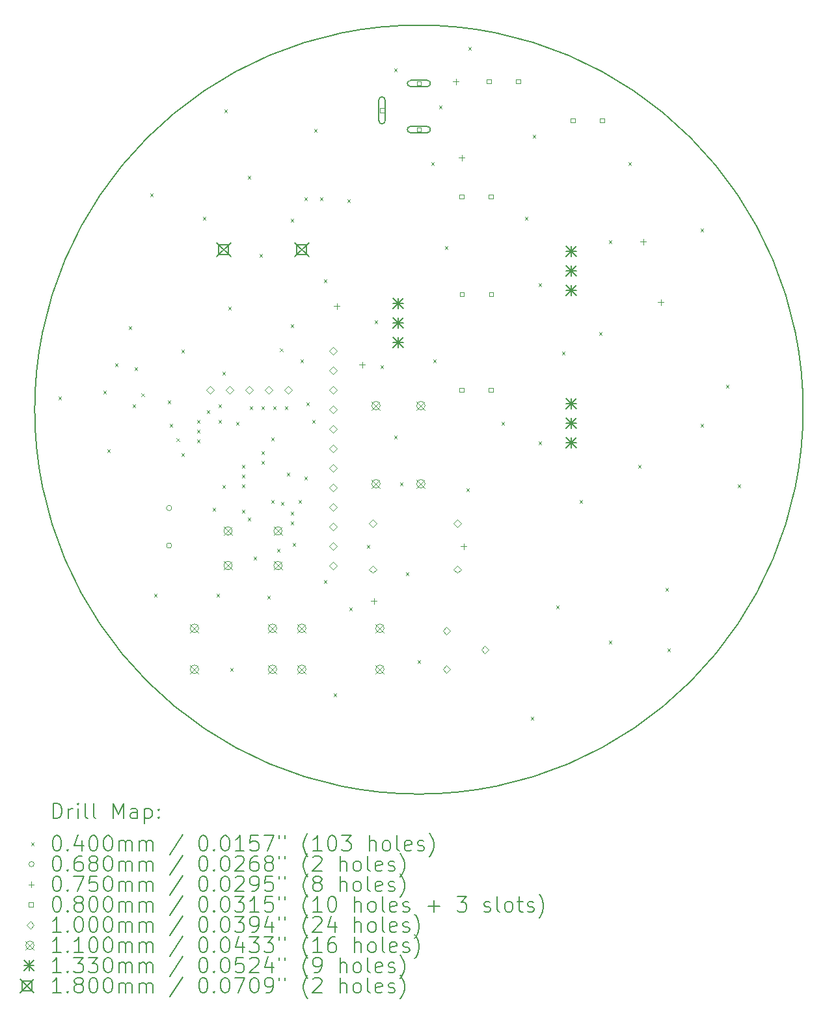
<source format=gbr>
%TF.GenerationSoftware,KiCad,Pcbnew,7.0.1*%
%TF.CreationDate,2024-08-11T16:24:48+02:00*%
%TF.ProjectId,uTesla,75546573-6c61-42e6-9b69-6361645f7063,rev?*%
%TF.SameCoordinates,Original*%
%TF.FileFunction,Drillmap*%
%TF.FilePolarity,Positive*%
%FSLAX45Y45*%
G04 Gerber Fmt 4.5, Leading zero omitted, Abs format (unit mm)*
G04 Created by KiCad (PCBNEW 7.0.1) date 2024-08-11 16:24:48*
%MOMM*%
%LPD*%
G01*
G04 APERTURE LIST*
%ADD10C,0.150000*%
%ADD11C,0.200000*%
%ADD12C,0.040000*%
%ADD13C,0.068000*%
%ADD14C,0.075000*%
%ADD15C,0.080000*%
%ADD16C,0.100000*%
%ADD17C,0.110000*%
%ADD18C,0.133000*%
%ADD19C,0.180000*%
G04 APERTURE END LIST*
D10*
X18970000Y-8890000D02*
G75*
G03*
X18970000Y-8890000I-5000000J0D01*
G01*
D11*
D12*
X9276400Y-8717600D02*
X9316400Y-8757600D01*
X9316400Y-8717600D02*
X9276400Y-8757600D01*
X9860600Y-8641400D02*
X9900600Y-8681400D01*
X9900600Y-8641400D02*
X9860600Y-8681400D01*
X9911400Y-9403400D02*
X9951400Y-9443400D01*
X9951400Y-9403400D02*
X9911400Y-9443400D01*
X10013000Y-8285800D02*
X10053000Y-8325800D01*
X10053000Y-8285800D02*
X10013000Y-8325800D01*
X10190800Y-7803200D02*
X10230800Y-7843200D01*
X10230800Y-7803200D02*
X10190800Y-7843200D01*
X10241600Y-8819200D02*
X10281600Y-8859200D01*
X10281600Y-8819200D02*
X10241600Y-8859200D01*
X10267000Y-8336600D02*
X10307000Y-8376600D01*
X10307000Y-8336600D02*
X10267000Y-8376600D01*
X10355900Y-8679500D02*
X10395900Y-8719500D01*
X10395900Y-8679500D02*
X10355900Y-8719500D01*
X10470200Y-6076000D02*
X10510200Y-6116000D01*
X10510200Y-6076000D02*
X10470200Y-6116000D01*
X10521000Y-11283000D02*
X10561000Y-11323000D01*
X10561000Y-11283000D02*
X10521000Y-11323000D01*
X10698800Y-8768400D02*
X10738800Y-8808400D01*
X10738800Y-8768400D02*
X10698800Y-8808400D01*
X10724200Y-9073200D02*
X10764200Y-9113200D01*
X10764200Y-9073200D02*
X10724200Y-9113200D01*
X10813100Y-9263700D02*
X10853100Y-9303700D01*
X10853100Y-9263700D02*
X10813100Y-9303700D01*
X10876600Y-8108000D02*
X10916600Y-8148000D01*
X10916600Y-8108000D02*
X10876600Y-8148000D01*
X10876600Y-9454200D02*
X10916600Y-9494200D01*
X10916600Y-9454200D02*
X10876600Y-9494200D01*
X11079800Y-9022400D02*
X11119800Y-9062400D01*
X11119800Y-9022400D02*
X11079800Y-9062400D01*
X11079800Y-9149400D02*
X11119800Y-9189400D01*
X11119800Y-9149400D02*
X11079800Y-9189400D01*
X11079800Y-9276400D02*
X11119800Y-9316400D01*
X11119800Y-9276400D02*
X11079800Y-9316400D01*
X11156000Y-6380800D02*
X11196000Y-6420800D01*
X11196000Y-6380800D02*
X11156000Y-6420800D01*
X11206800Y-8895400D02*
X11246800Y-8935400D01*
X11246800Y-8895400D02*
X11206800Y-8935400D01*
X11283000Y-10165400D02*
X11323000Y-10205400D01*
X11323000Y-10165400D02*
X11283000Y-10205400D01*
X11333800Y-11283000D02*
X11373800Y-11323000D01*
X11373800Y-11283000D02*
X11333800Y-11323000D01*
X11359200Y-8819200D02*
X11399200Y-8859200D01*
X11399200Y-8819200D02*
X11359200Y-8859200D01*
X11359200Y-9022400D02*
X11399200Y-9062400D01*
X11399200Y-9022400D02*
X11359200Y-9062400D01*
X11410000Y-8400100D02*
X11450000Y-8440100D01*
X11450000Y-8400100D02*
X11410000Y-8440100D01*
X11410000Y-9873300D02*
X11450000Y-9913300D01*
X11450000Y-9873300D02*
X11410000Y-9913300D01*
X11435400Y-4983800D02*
X11475400Y-5023800D01*
X11475400Y-4983800D02*
X11435400Y-5023800D01*
X11486200Y-7549200D02*
X11526200Y-7589200D01*
X11526200Y-7549200D02*
X11486200Y-7589200D01*
X11511600Y-12248200D02*
X11551600Y-12288200D01*
X11551600Y-12248200D02*
X11511600Y-12288200D01*
X11587800Y-9047800D02*
X11627800Y-9087800D01*
X11627800Y-9047800D02*
X11587800Y-9087800D01*
X11664000Y-9606600D02*
X11704000Y-9646600D01*
X11704000Y-9606600D02*
X11664000Y-9646600D01*
X11664000Y-9733600D02*
X11704000Y-9773600D01*
X11704000Y-9733600D02*
X11664000Y-9773600D01*
X11664000Y-9860600D02*
X11704000Y-9900600D01*
X11704000Y-9860600D02*
X11664000Y-9900600D01*
X11664000Y-10190800D02*
X11704000Y-10230800D01*
X11704000Y-10190800D02*
X11664000Y-10230800D01*
X11740200Y-5847400D02*
X11780200Y-5887400D01*
X11780200Y-5847400D02*
X11740200Y-5887400D01*
X11740200Y-10292400D02*
X11780200Y-10332400D01*
X11780200Y-10292400D02*
X11740200Y-10332400D01*
X11765600Y-8844600D02*
X11805600Y-8884600D01*
X11805600Y-8844600D02*
X11765600Y-8884600D01*
X11816400Y-10800400D02*
X11856400Y-10840400D01*
X11856400Y-10800400D02*
X11816400Y-10840400D01*
X11892600Y-6863400D02*
X11932600Y-6903400D01*
X11932600Y-6863400D02*
X11892600Y-6903400D01*
X11918000Y-8844600D02*
X11958000Y-8884600D01*
X11958000Y-8844600D02*
X11918000Y-8884600D01*
X11918000Y-9428800D02*
X11958000Y-9468800D01*
X11958000Y-9428800D02*
X11918000Y-9468800D01*
X11918000Y-9555800D02*
X11958000Y-9595800D01*
X11958000Y-9555800D02*
X11918000Y-9595800D01*
X11994200Y-11308400D02*
X12034200Y-11348400D01*
X12034200Y-11308400D02*
X11994200Y-11348400D01*
X12045000Y-9251000D02*
X12085000Y-9291000D01*
X12085000Y-9251000D02*
X12045000Y-9291000D01*
X12045000Y-10063800D02*
X12085000Y-10103800D01*
X12085000Y-10063800D02*
X12045000Y-10103800D01*
X12070400Y-8844600D02*
X12110400Y-8884600D01*
X12110400Y-8844600D02*
X12070400Y-8884600D01*
X12121200Y-10698800D02*
X12161200Y-10738800D01*
X12161200Y-10698800D02*
X12121200Y-10738800D01*
X12159300Y-8095300D02*
X12199300Y-8135300D01*
X12199300Y-8095300D02*
X12159300Y-8135300D01*
X12172000Y-10089200D02*
X12212000Y-10129200D01*
X12212000Y-10089200D02*
X12172000Y-10129200D01*
X12222800Y-8844600D02*
X12262800Y-8884600D01*
X12262800Y-8844600D02*
X12222800Y-8884600D01*
X12248200Y-9708200D02*
X12288200Y-9748200D01*
X12288200Y-9708200D02*
X12248200Y-9748200D01*
X12299000Y-6406200D02*
X12339000Y-6446200D01*
X12339000Y-6406200D02*
X12299000Y-6446200D01*
X12299000Y-7777800D02*
X12339000Y-7817800D01*
X12339000Y-7777800D02*
X12299000Y-7817800D01*
X12299000Y-10216200D02*
X12339000Y-10256200D01*
X12339000Y-10216200D02*
X12299000Y-10256200D01*
X12299000Y-10343200D02*
X12339000Y-10383200D01*
X12339000Y-10343200D02*
X12299000Y-10383200D01*
X12324400Y-10622600D02*
X12364400Y-10662600D01*
X12364400Y-10622600D02*
X12324400Y-10662600D01*
X12400600Y-10063800D02*
X12440600Y-10103800D01*
X12440600Y-10063800D02*
X12400600Y-10103800D01*
X12426000Y-8235000D02*
X12466000Y-8275000D01*
X12466000Y-8235000D02*
X12426000Y-8275000D01*
X12476800Y-6126800D02*
X12516800Y-6166800D01*
X12516800Y-6126800D02*
X12476800Y-6166800D01*
X12476800Y-9759000D02*
X12516800Y-9799000D01*
X12516800Y-9759000D02*
X12476800Y-9799000D01*
X12502200Y-8793800D02*
X12542200Y-8833800D01*
X12542200Y-8793800D02*
X12502200Y-8833800D01*
X12578400Y-9022400D02*
X12618400Y-9062400D01*
X12618400Y-9022400D02*
X12578400Y-9062400D01*
X12603800Y-5237800D02*
X12643800Y-5277800D01*
X12643800Y-5237800D02*
X12603800Y-5277800D01*
X12680000Y-6126800D02*
X12720000Y-6166800D01*
X12720000Y-6126800D02*
X12680000Y-6166800D01*
X12730800Y-7193600D02*
X12770800Y-7233600D01*
X12770800Y-7193600D02*
X12730800Y-7233600D01*
X12730800Y-11105200D02*
X12770800Y-11145200D01*
X12770800Y-11105200D02*
X12730800Y-11145200D01*
X12857800Y-12578400D02*
X12897800Y-12618400D01*
X12897800Y-12578400D02*
X12857800Y-12618400D01*
X13035600Y-6152200D02*
X13075600Y-6192200D01*
X13075600Y-6152200D02*
X13035600Y-6192200D01*
X13061000Y-11460800D02*
X13101000Y-11500800D01*
X13101000Y-11460800D02*
X13061000Y-11500800D01*
X13289600Y-10648000D02*
X13329600Y-10688000D01*
X13329600Y-10648000D02*
X13289600Y-10688000D01*
X13391200Y-7727000D02*
X13431200Y-7767000D01*
X13431200Y-7727000D02*
X13391200Y-7767000D01*
X13467400Y-8311200D02*
X13507400Y-8351200D01*
X13507400Y-8311200D02*
X13467400Y-8351200D01*
X13645200Y-4450400D02*
X13685200Y-4490400D01*
X13685200Y-4450400D02*
X13645200Y-4490400D01*
X13645200Y-9225600D02*
X13685200Y-9265600D01*
X13685200Y-9225600D02*
X13645200Y-9265600D01*
X13721400Y-9835200D02*
X13761400Y-9875200D01*
X13761400Y-9835200D02*
X13721400Y-9875200D01*
X13797600Y-11003600D02*
X13837600Y-11043600D01*
X13837600Y-11003600D02*
X13797600Y-11043600D01*
X13950000Y-12146600D02*
X13990000Y-12186600D01*
X13990000Y-12146600D02*
X13950000Y-12186600D01*
X14127800Y-5669600D02*
X14167800Y-5709600D01*
X14167800Y-5669600D02*
X14127800Y-5709600D01*
X14153200Y-8235000D02*
X14193200Y-8275000D01*
X14193200Y-8235000D02*
X14153200Y-8275000D01*
X14229400Y-4933000D02*
X14269400Y-4973000D01*
X14269400Y-4933000D02*
X14229400Y-4973000D01*
X14305600Y-6761800D02*
X14345600Y-6801800D01*
X14345600Y-6761800D02*
X14305600Y-6801800D01*
X14585000Y-9911400D02*
X14625000Y-9951400D01*
X14625000Y-9911400D02*
X14585000Y-9951400D01*
X14610400Y-4171000D02*
X14650400Y-4211000D01*
X14650400Y-4171000D02*
X14610400Y-4211000D01*
X15042200Y-9047800D02*
X15082200Y-9087800D01*
X15082200Y-9047800D02*
X15042200Y-9087800D01*
X15347000Y-6380800D02*
X15387000Y-6420800D01*
X15387000Y-6380800D02*
X15347000Y-6420800D01*
X15423200Y-12883200D02*
X15463200Y-12923200D01*
X15463200Y-12883200D02*
X15423200Y-12923200D01*
X15448600Y-5314000D02*
X15488600Y-5354000D01*
X15488600Y-5314000D02*
X15448600Y-5354000D01*
X15524800Y-7244400D02*
X15564800Y-7284400D01*
X15564800Y-7244400D02*
X15524800Y-7284400D01*
X15524800Y-9301800D02*
X15564800Y-9341800D01*
X15564800Y-9301800D02*
X15524800Y-9341800D01*
X15753400Y-11435400D02*
X15793400Y-11475400D01*
X15793400Y-11435400D02*
X15753400Y-11475400D01*
X15829600Y-8133400D02*
X15869600Y-8173400D01*
X15869600Y-8133400D02*
X15829600Y-8173400D01*
X16058200Y-10063800D02*
X16098200Y-10103800D01*
X16098200Y-10063800D02*
X16058200Y-10103800D01*
X16312200Y-7879400D02*
X16352200Y-7919400D01*
X16352200Y-7879400D02*
X16312200Y-7919400D01*
X16439200Y-6685600D02*
X16479200Y-6725600D01*
X16479200Y-6685600D02*
X16439200Y-6725600D01*
X16439200Y-11892600D02*
X16479200Y-11932600D01*
X16479200Y-11892600D02*
X16439200Y-11932600D01*
X16693200Y-5669600D02*
X16733200Y-5709600D01*
X16733200Y-5669600D02*
X16693200Y-5709600D01*
X16820200Y-9606600D02*
X16860200Y-9646600D01*
X16860200Y-9606600D02*
X16820200Y-9646600D01*
X17175800Y-11206800D02*
X17215800Y-11246800D01*
X17215800Y-11206800D02*
X17175800Y-11246800D01*
X17201200Y-11994200D02*
X17241200Y-12034200D01*
X17241200Y-11994200D02*
X17201200Y-12034200D01*
X17633000Y-6533200D02*
X17673000Y-6573200D01*
X17673000Y-6533200D02*
X17633000Y-6573200D01*
X17633000Y-9073200D02*
X17673000Y-9113200D01*
X17673000Y-9073200D02*
X17633000Y-9113200D01*
X17963200Y-8565200D02*
X18003200Y-8605200D01*
X18003200Y-8565200D02*
X17963200Y-8605200D01*
X18115600Y-9860600D02*
X18155600Y-9900600D01*
X18155600Y-9860600D02*
X18115600Y-9900600D01*
D13*
X10752800Y-10170000D02*
G75*
G03*
X10752800Y-10170000I-34000J0D01*
G01*
X10752800Y-10658000D02*
G75*
G03*
X10752800Y-10658000I-34000J0D01*
G01*
D14*
X12903200Y-7506300D02*
X12903200Y-7581300D01*
X12865700Y-7543800D02*
X12940700Y-7543800D01*
X13233400Y-8268300D02*
X13233400Y-8343300D01*
X13195900Y-8305800D02*
X13270900Y-8305800D01*
X13385800Y-11341700D02*
X13385800Y-11416700D01*
X13348300Y-11379200D02*
X13423300Y-11379200D01*
X14452600Y-4585300D02*
X14452600Y-4660300D01*
X14415100Y-4622800D02*
X14490100Y-4622800D01*
X14528800Y-5575900D02*
X14528800Y-5650900D01*
X14491300Y-5613400D02*
X14566300Y-5613400D01*
X14554200Y-10630500D02*
X14554200Y-10705500D01*
X14516700Y-10668000D02*
X14591700Y-10668000D01*
X16891000Y-6668100D02*
X16891000Y-6743100D01*
X16853500Y-6705600D02*
X16928500Y-6705600D01*
X17119600Y-7455500D02*
X17119600Y-7530500D01*
X17082100Y-7493000D02*
X17157100Y-7493000D01*
D15*
X13518284Y-5026485D02*
X13518284Y-4969916D01*
X13461715Y-4969916D01*
X13461715Y-5026485D01*
X13518284Y-5026485D01*
D11*
X13450000Y-4863200D02*
X13450000Y-5133200D01*
X13450000Y-5133200D02*
G75*
G03*
X13530000Y-5133200I40000J0D01*
G01*
X13530000Y-5133200D02*
X13530000Y-4863200D01*
X13530000Y-4863200D02*
G75*
G03*
X13450000Y-4863200I-40000J0D01*
G01*
D15*
X13998284Y-4676485D02*
X13998284Y-4619916D01*
X13941715Y-4619916D01*
X13941715Y-4676485D01*
X13998284Y-4676485D01*
D11*
X14080000Y-4608200D02*
X13860000Y-4608200D01*
X13860000Y-4608200D02*
G75*
G03*
X13860000Y-4688200I0J-40000D01*
G01*
X13860000Y-4688200D02*
X14080000Y-4688200D01*
X14080000Y-4688200D02*
G75*
G03*
X14080000Y-4608200I0J40000D01*
G01*
D15*
X13998284Y-5276485D02*
X13998284Y-5219916D01*
X13941715Y-5219916D01*
X13941715Y-5276485D01*
X13998284Y-5276485D01*
D11*
X14080000Y-5208200D02*
X13860000Y-5208200D01*
X13860000Y-5208200D02*
G75*
G03*
X13860000Y-5288200I0J-40000D01*
G01*
X13860000Y-5288200D02*
X14080000Y-5288200D01*
X14080000Y-5288200D02*
G75*
G03*
X14080000Y-5208200I0J40000D01*
G01*
D15*
X14554619Y-6149684D02*
X14554619Y-6093115D01*
X14498050Y-6093115D01*
X14498050Y-6149684D01*
X14554619Y-6149684D01*
X14554619Y-8664285D02*
X14554619Y-8607716D01*
X14498050Y-8607716D01*
X14498050Y-8664285D01*
X14554619Y-8664285D01*
X14558084Y-7419684D02*
X14558084Y-7363115D01*
X14501515Y-7363115D01*
X14501515Y-7419684D01*
X14558084Y-7419684D01*
X14910219Y-4651085D02*
X14910219Y-4594516D01*
X14853650Y-4594516D01*
X14853650Y-4651085D01*
X14910219Y-4651085D01*
X14934619Y-6149684D02*
X14934619Y-6093115D01*
X14878050Y-6093115D01*
X14878050Y-6149684D01*
X14934619Y-6149684D01*
X14934619Y-8664285D02*
X14934619Y-8607716D01*
X14878050Y-8607716D01*
X14878050Y-8664285D01*
X14934619Y-8664285D01*
X14938084Y-7419684D02*
X14938084Y-7363115D01*
X14881515Y-7363115D01*
X14881515Y-7419684D01*
X14938084Y-7419684D01*
X15290219Y-4651085D02*
X15290219Y-4594516D01*
X15233650Y-4594516D01*
X15233650Y-4651085D01*
X15290219Y-4651085D01*
X16002419Y-5159085D02*
X16002419Y-5102516D01*
X15945850Y-5102516D01*
X15945850Y-5159085D01*
X16002419Y-5159085D01*
X16382419Y-5159085D02*
X16382419Y-5102516D01*
X16325850Y-5102516D01*
X16325850Y-5159085D01*
X16382419Y-5159085D01*
D16*
X11252200Y-8686000D02*
X11302200Y-8636000D01*
X11252200Y-8586000D01*
X11202200Y-8636000D01*
X11252200Y-8686000D01*
X11506200Y-8686000D02*
X11556200Y-8636000D01*
X11506200Y-8586000D01*
X11456200Y-8636000D01*
X11506200Y-8686000D01*
X11760200Y-8686000D02*
X11810200Y-8636000D01*
X11760200Y-8586000D01*
X11710200Y-8636000D01*
X11760200Y-8686000D01*
X12014200Y-8686000D02*
X12064200Y-8636000D01*
X12014200Y-8586000D01*
X11964200Y-8636000D01*
X12014200Y-8686000D01*
X12268200Y-8686000D02*
X12318200Y-8636000D01*
X12268200Y-8586000D01*
X12218200Y-8636000D01*
X12268200Y-8686000D01*
X12852400Y-8178000D02*
X12902400Y-8128000D01*
X12852400Y-8078000D01*
X12802400Y-8128000D01*
X12852400Y-8178000D01*
X12852400Y-8432000D02*
X12902400Y-8382000D01*
X12852400Y-8332000D01*
X12802400Y-8382000D01*
X12852400Y-8432000D01*
X12852400Y-8686000D02*
X12902400Y-8636000D01*
X12852400Y-8586000D01*
X12802400Y-8636000D01*
X12852400Y-8686000D01*
X12852400Y-8940000D02*
X12902400Y-8890000D01*
X12852400Y-8840000D01*
X12802400Y-8890000D01*
X12852400Y-8940000D01*
X12852400Y-9194000D02*
X12902400Y-9144000D01*
X12852400Y-9094000D01*
X12802400Y-9144000D01*
X12852400Y-9194000D01*
X12852400Y-9448000D02*
X12902400Y-9398000D01*
X12852400Y-9348000D01*
X12802400Y-9398000D01*
X12852400Y-9448000D01*
X12852400Y-9702000D02*
X12902400Y-9652000D01*
X12852400Y-9602000D01*
X12802400Y-9652000D01*
X12852400Y-9702000D01*
X12852400Y-9956000D02*
X12902400Y-9906000D01*
X12852400Y-9856000D01*
X12802400Y-9906000D01*
X12852400Y-9956000D01*
X12852400Y-10210000D02*
X12902400Y-10160000D01*
X12852400Y-10110000D01*
X12802400Y-10160000D01*
X12852400Y-10210000D01*
X12852400Y-10464000D02*
X12902400Y-10414000D01*
X12852400Y-10364000D01*
X12802400Y-10414000D01*
X12852400Y-10464000D01*
X12852400Y-10718000D02*
X12902400Y-10668000D01*
X12852400Y-10618000D01*
X12802400Y-10668000D01*
X12852400Y-10718000D01*
X12852400Y-10972000D02*
X12902400Y-10922000D01*
X12852400Y-10872000D01*
X12802400Y-10922000D01*
X12852400Y-10972000D01*
X13369200Y-10418000D02*
X13419200Y-10368000D01*
X13369200Y-10318000D01*
X13319200Y-10368000D01*
X13369200Y-10418000D01*
X13369200Y-11018000D02*
X13419200Y-10968000D01*
X13369200Y-10918000D01*
X13319200Y-10968000D01*
X13369200Y-11018000D01*
X14330200Y-11814200D02*
X14380200Y-11764200D01*
X14330200Y-11714200D01*
X14280200Y-11764200D01*
X14330200Y-11814200D01*
X14330200Y-12314200D02*
X14380200Y-12264200D01*
X14330200Y-12214200D01*
X14280200Y-12264200D01*
X14330200Y-12314200D01*
X14469200Y-10418000D02*
X14519200Y-10368000D01*
X14469200Y-10318000D01*
X14419200Y-10368000D01*
X14469200Y-10418000D01*
X14469200Y-11018000D02*
X14519200Y-10968000D01*
X14469200Y-10918000D01*
X14419200Y-10968000D01*
X14469200Y-11018000D01*
X14830200Y-12064200D02*
X14880200Y-12014200D01*
X14830200Y-11964200D01*
X14780200Y-12014200D01*
X14830200Y-12064200D01*
D17*
X10994000Y-11679800D02*
X11104000Y-11789800D01*
X11104000Y-11679800D02*
X10994000Y-11789800D01*
X11104000Y-11734800D02*
G75*
G03*
X11104000Y-11734800I-55000J0D01*
G01*
X10994000Y-12213200D02*
X11104000Y-12323200D01*
X11104000Y-12213200D02*
X10994000Y-12323200D01*
X11104000Y-12268200D02*
G75*
G03*
X11104000Y-12268200I-55000J0D01*
G01*
X11431000Y-10413400D02*
X11541000Y-10523400D01*
X11541000Y-10413400D02*
X11431000Y-10523400D01*
X11541000Y-10468400D02*
G75*
G03*
X11541000Y-10468400I-55000J0D01*
G01*
X11431000Y-10863400D02*
X11541000Y-10973400D01*
X11541000Y-10863400D02*
X11431000Y-10973400D01*
X11541000Y-10918400D02*
G75*
G03*
X11541000Y-10918400I-55000J0D01*
G01*
X12010000Y-11679800D02*
X12120000Y-11789800D01*
X12120000Y-11679800D02*
X12010000Y-11789800D01*
X12120000Y-11734800D02*
G75*
G03*
X12120000Y-11734800I-55000J0D01*
G01*
X12010000Y-12213200D02*
X12120000Y-12323200D01*
X12120000Y-12213200D02*
X12010000Y-12323200D01*
X12120000Y-12268200D02*
G75*
G03*
X12120000Y-12268200I-55000J0D01*
G01*
X12081000Y-10413400D02*
X12191000Y-10523400D01*
X12191000Y-10413400D02*
X12081000Y-10523400D01*
X12191000Y-10468400D02*
G75*
G03*
X12191000Y-10468400I-55000J0D01*
G01*
X12081000Y-10863400D02*
X12191000Y-10973400D01*
X12191000Y-10863400D02*
X12081000Y-10973400D01*
X12191000Y-10918400D02*
G75*
G03*
X12191000Y-10918400I-55000J0D01*
G01*
X12391000Y-11679800D02*
X12501000Y-11789800D01*
X12501000Y-11679800D02*
X12391000Y-11789800D01*
X12501000Y-11734800D02*
G75*
G03*
X12501000Y-11734800I-55000J0D01*
G01*
X12391000Y-12213200D02*
X12501000Y-12323200D01*
X12501000Y-12213200D02*
X12391000Y-12323200D01*
X12501000Y-12268200D02*
G75*
G03*
X12501000Y-12268200I-55000J0D01*
G01*
X13356200Y-8784200D02*
X13466200Y-8894200D01*
X13466200Y-8784200D02*
X13356200Y-8894200D01*
X13466200Y-8839200D02*
G75*
G03*
X13466200Y-8839200I-55000J0D01*
G01*
X13356200Y-9800200D02*
X13466200Y-9910200D01*
X13466200Y-9800200D02*
X13356200Y-9910200D01*
X13466200Y-9855200D02*
G75*
G03*
X13466200Y-9855200I-55000J0D01*
G01*
X13407000Y-11679800D02*
X13517000Y-11789800D01*
X13517000Y-11679800D02*
X13407000Y-11789800D01*
X13517000Y-11734800D02*
G75*
G03*
X13517000Y-11734800I-55000J0D01*
G01*
X13407000Y-12213200D02*
X13517000Y-12323200D01*
X13517000Y-12213200D02*
X13407000Y-12323200D01*
X13517000Y-12268200D02*
G75*
G03*
X13517000Y-12268200I-55000J0D01*
G01*
X13940400Y-8784200D02*
X14050400Y-8894200D01*
X14050400Y-8784200D02*
X13940400Y-8894200D01*
X14050400Y-8839200D02*
G75*
G03*
X14050400Y-8839200I-55000J0D01*
G01*
X13940400Y-9800200D02*
X14050400Y-9910200D01*
X14050400Y-9800200D02*
X13940400Y-9910200D01*
X14050400Y-9855200D02*
G75*
G03*
X14050400Y-9855200I-55000J0D01*
G01*
D18*
X13635300Y-7443550D02*
X13768300Y-7576550D01*
X13768300Y-7443550D02*
X13635300Y-7576550D01*
X13701800Y-7443550D02*
X13701800Y-7576550D01*
X13635300Y-7510050D02*
X13768300Y-7510050D01*
X13635300Y-7697550D02*
X13768300Y-7830550D01*
X13768300Y-7697550D02*
X13635300Y-7830550D01*
X13701800Y-7697550D02*
X13701800Y-7830550D01*
X13635300Y-7764050D02*
X13768300Y-7764050D01*
X13635300Y-7951550D02*
X13768300Y-8084550D01*
X13768300Y-7951550D02*
X13635300Y-8084550D01*
X13701800Y-7951550D02*
X13701800Y-8084550D01*
X13635300Y-8018050D02*
X13768300Y-8018050D01*
X15884700Y-6766100D02*
X16017700Y-6899100D01*
X16017700Y-6766100D02*
X15884700Y-6899100D01*
X15951200Y-6766100D02*
X15951200Y-6899100D01*
X15884700Y-6832600D02*
X16017700Y-6832600D01*
X15884700Y-7020100D02*
X16017700Y-7153100D01*
X16017700Y-7020100D02*
X15884700Y-7153100D01*
X15951200Y-7020100D02*
X15951200Y-7153100D01*
X15884700Y-7086600D02*
X16017700Y-7086600D01*
X15884700Y-7274100D02*
X16017700Y-7407100D01*
X16017700Y-7274100D02*
X15884700Y-7407100D01*
X15951200Y-7274100D02*
X15951200Y-7407100D01*
X15884700Y-7340600D02*
X16017700Y-7340600D01*
X15884700Y-8747300D02*
X16017700Y-8880300D01*
X16017700Y-8747300D02*
X15884700Y-8880300D01*
X15951200Y-8747300D02*
X15951200Y-8880300D01*
X15884700Y-8813800D02*
X16017700Y-8813800D01*
X15884700Y-9001300D02*
X16017700Y-9134300D01*
X16017700Y-9001300D02*
X15884700Y-9134300D01*
X15951200Y-9001300D02*
X15951200Y-9134300D01*
X15884700Y-9067800D02*
X16017700Y-9067800D01*
X15884700Y-9255300D02*
X16017700Y-9388300D01*
X16017700Y-9255300D02*
X15884700Y-9388300D01*
X15951200Y-9255300D02*
X15951200Y-9388300D01*
X15884700Y-9321800D02*
X16017700Y-9321800D01*
D19*
X11340000Y-6717200D02*
X11520000Y-6897200D01*
X11520000Y-6717200D02*
X11340000Y-6897200D01*
X11493640Y-6870840D02*
X11493640Y-6743560D01*
X11366360Y-6743560D01*
X11366360Y-6870840D01*
X11493640Y-6870840D01*
X12356000Y-6717200D02*
X12536000Y-6897200D01*
X12536000Y-6717200D02*
X12356000Y-6897200D01*
X12509640Y-6870840D02*
X12509640Y-6743560D01*
X12382360Y-6743560D01*
X12382360Y-6870840D01*
X12509640Y-6870840D01*
D11*
X9210119Y-14210024D02*
X9210119Y-14010024D01*
X9210119Y-14010024D02*
X9257738Y-14010024D01*
X9257738Y-14010024D02*
X9286310Y-14019548D01*
X9286310Y-14019548D02*
X9305357Y-14038595D01*
X9305357Y-14038595D02*
X9314881Y-14057643D01*
X9314881Y-14057643D02*
X9324405Y-14095738D01*
X9324405Y-14095738D02*
X9324405Y-14124309D01*
X9324405Y-14124309D02*
X9314881Y-14162405D01*
X9314881Y-14162405D02*
X9305357Y-14181452D01*
X9305357Y-14181452D02*
X9286310Y-14200500D01*
X9286310Y-14200500D02*
X9257738Y-14210024D01*
X9257738Y-14210024D02*
X9210119Y-14210024D01*
X9410119Y-14210024D02*
X9410119Y-14076690D01*
X9410119Y-14114786D02*
X9419643Y-14095738D01*
X9419643Y-14095738D02*
X9429167Y-14086214D01*
X9429167Y-14086214D02*
X9448214Y-14076690D01*
X9448214Y-14076690D02*
X9467262Y-14076690D01*
X9533929Y-14210024D02*
X9533929Y-14076690D01*
X9533929Y-14010024D02*
X9524405Y-14019548D01*
X9524405Y-14019548D02*
X9533929Y-14029071D01*
X9533929Y-14029071D02*
X9543452Y-14019548D01*
X9543452Y-14019548D02*
X9533929Y-14010024D01*
X9533929Y-14010024D02*
X9533929Y-14029071D01*
X9657738Y-14210024D02*
X9638690Y-14200500D01*
X9638690Y-14200500D02*
X9629167Y-14181452D01*
X9629167Y-14181452D02*
X9629167Y-14010024D01*
X9762500Y-14210024D02*
X9743452Y-14200500D01*
X9743452Y-14200500D02*
X9733929Y-14181452D01*
X9733929Y-14181452D02*
X9733929Y-14010024D01*
X9991071Y-14210024D02*
X9991071Y-14010024D01*
X9991071Y-14010024D02*
X10057738Y-14152881D01*
X10057738Y-14152881D02*
X10124405Y-14010024D01*
X10124405Y-14010024D02*
X10124405Y-14210024D01*
X10305357Y-14210024D02*
X10305357Y-14105262D01*
X10305357Y-14105262D02*
X10295833Y-14086214D01*
X10295833Y-14086214D02*
X10276786Y-14076690D01*
X10276786Y-14076690D02*
X10238690Y-14076690D01*
X10238690Y-14076690D02*
X10219643Y-14086214D01*
X10305357Y-14200500D02*
X10286310Y-14210024D01*
X10286310Y-14210024D02*
X10238690Y-14210024D01*
X10238690Y-14210024D02*
X10219643Y-14200500D01*
X10219643Y-14200500D02*
X10210119Y-14181452D01*
X10210119Y-14181452D02*
X10210119Y-14162405D01*
X10210119Y-14162405D02*
X10219643Y-14143357D01*
X10219643Y-14143357D02*
X10238690Y-14133833D01*
X10238690Y-14133833D02*
X10286310Y-14133833D01*
X10286310Y-14133833D02*
X10305357Y-14124309D01*
X10400595Y-14076690D02*
X10400595Y-14276690D01*
X10400595Y-14086214D02*
X10419643Y-14076690D01*
X10419643Y-14076690D02*
X10457738Y-14076690D01*
X10457738Y-14076690D02*
X10476786Y-14086214D01*
X10476786Y-14086214D02*
X10486310Y-14095738D01*
X10486310Y-14095738D02*
X10495833Y-14114786D01*
X10495833Y-14114786D02*
X10495833Y-14171928D01*
X10495833Y-14171928D02*
X10486310Y-14190976D01*
X10486310Y-14190976D02*
X10476786Y-14200500D01*
X10476786Y-14200500D02*
X10457738Y-14210024D01*
X10457738Y-14210024D02*
X10419643Y-14210024D01*
X10419643Y-14210024D02*
X10400595Y-14200500D01*
X10581548Y-14190976D02*
X10591071Y-14200500D01*
X10591071Y-14200500D02*
X10581548Y-14210024D01*
X10581548Y-14210024D02*
X10572024Y-14200500D01*
X10572024Y-14200500D02*
X10581548Y-14190976D01*
X10581548Y-14190976D02*
X10581548Y-14210024D01*
X10581548Y-14086214D02*
X10591071Y-14095738D01*
X10591071Y-14095738D02*
X10581548Y-14105262D01*
X10581548Y-14105262D02*
X10572024Y-14095738D01*
X10572024Y-14095738D02*
X10581548Y-14086214D01*
X10581548Y-14086214D02*
X10581548Y-14105262D01*
D12*
X8922500Y-14517500D02*
X8962500Y-14557500D01*
X8962500Y-14517500D02*
X8922500Y-14557500D01*
D11*
X9248214Y-14430024D02*
X9267262Y-14430024D01*
X9267262Y-14430024D02*
X9286310Y-14439548D01*
X9286310Y-14439548D02*
X9295833Y-14449071D01*
X9295833Y-14449071D02*
X9305357Y-14468119D01*
X9305357Y-14468119D02*
X9314881Y-14506214D01*
X9314881Y-14506214D02*
X9314881Y-14553833D01*
X9314881Y-14553833D02*
X9305357Y-14591928D01*
X9305357Y-14591928D02*
X9295833Y-14610976D01*
X9295833Y-14610976D02*
X9286310Y-14620500D01*
X9286310Y-14620500D02*
X9267262Y-14630024D01*
X9267262Y-14630024D02*
X9248214Y-14630024D01*
X9248214Y-14630024D02*
X9229167Y-14620500D01*
X9229167Y-14620500D02*
X9219643Y-14610976D01*
X9219643Y-14610976D02*
X9210119Y-14591928D01*
X9210119Y-14591928D02*
X9200595Y-14553833D01*
X9200595Y-14553833D02*
X9200595Y-14506214D01*
X9200595Y-14506214D02*
X9210119Y-14468119D01*
X9210119Y-14468119D02*
X9219643Y-14449071D01*
X9219643Y-14449071D02*
X9229167Y-14439548D01*
X9229167Y-14439548D02*
X9248214Y-14430024D01*
X9400595Y-14610976D02*
X9410119Y-14620500D01*
X9410119Y-14620500D02*
X9400595Y-14630024D01*
X9400595Y-14630024D02*
X9391071Y-14620500D01*
X9391071Y-14620500D02*
X9400595Y-14610976D01*
X9400595Y-14610976D02*
X9400595Y-14630024D01*
X9581548Y-14496690D02*
X9581548Y-14630024D01*
X9533929Y-14420500D02*
X9486310Y-14563357D01*
X9486310Y-14563357D02*
X9610119Y-14563357D01*
X9724405Y-14430024D02*
X9743452Y-14430024D01*
X9743452Y-14430024D02*
X9762500Y-14439548D01*
X9762500Y-14439548D02*
X9772024Y-14449071D01*
X9772024Y-14449071D02*
X9781548Y-14468119D01*
X9781548Y-14468119D02*
X9791071Y-14506214D01*
X9791071Y-14506214D02*
X9791071Y-14553833D01*
X9791071Y-14553833D02*
X9781548Y-14591928D01*
X9781548Y-14591928D02*
X9772024Y-14610976D01*
X9772024Y-14610976D02*
X9762500Y-14620500D01*
X9762500Y-14620500D02*
X9743452Y-14630024D01*
X9743452Y-14630024D02*
X9724405Y-14630024D01*
X9724405Y-14630024D02*
X9705357Y-14620500D01*
X9705357Y-14620500D02*
X9695833Y-14610976D01*
X9695833Y-14610976D02*
X9686310Y-14591928D01*
X9686310Y-14591928D02*
X9676786Y-14553833D01*
X9676786Y-14553833D02*
X9676786Y-14506214D01*
X9676786Y-14506214D02*
X9686310Y-14468119D01*
X9686310Y-14468119D02*
X9695833Y-14449071D01*
X9695833Y-14449071D02*
X9705357Y-14439548D01*
X9705357Y-14439548D02*
X9724405Y-14430024D01*
X9914881Y-14430024D02*
X9933929Y-14430024D01*
X9933929Y-14430024D02*
X9952976Y-14439548D01*
X9952976Y-14439548D02*
X9962500Y-14449071D01*
X9962500Y-14449071D02*
X9972024Y-14468119D01*
X9972024Y-14468119D02*
X9981548Y-14506214D01*
X9981548Y-14506214D02*
X9981548Y-14553833D01*
X9981548Y-14553833D02*
X9972024Y-14591928D01*
X9972024Y-14591928D02*
X9962500Y-14610976D01*
X9962500Y-14610976D02*
X9952976Y-14620500D01*
X9952976Y-14620500D02*
X9933929Y-14630024D01*
X9933929Y-14630024D02*
X9914881Y-14630024D01*
X9914881Y-14630024D02*
X9895833Y-14620500D01*
X9895833Y-14620500D02*
X9886310Y-14610976D01*
X9886310Y-14610976D02*
X9876786Y-14591928D01*
X9876786Y-14591928D02*
X9867262Y-14553833D01*
X9867262Y-14553833D02*
X9867262Y-14506214D01*
X9867262Y-14506214D02*
X9876786Y-14468119D01*
X9876786Y-14468119D02*
X9886310Y-14449071D01*
X9886310Y-14449071D02*
X9895833Y-14439548D01*
X9895833Y-14439548D02*
X9914881Y-14430024D01*
X10067262Y-14630024D02*
X10067262Y-14496690D01*
X10067262Y-14515738D02*
X10076786Y-14506214D01*
X10076786Y-14506214D02*
X10095833Y-14496690D01*
X10095833Y-14496690D02*
X10124405Y-14496690D01*
X10124405Y-14496690D02*
X10143452Y-14506214D01*
X10143452Y-14506214D02*
X10152976Y-14525262D01*
X10152976Y-14525262D02*
X10152976Y-14630024D01*
X10152976Y-14525262D02*
X10162500Y-14506214D01*
X10162500Y-14506214D02*
X10181548Y-14496690D01*
X10181548Y-14496690D02*
X10210119Y-14496690D01*
X10210119Y-14496690D02*
X10229167Y-14506214D01*
X10229167Y-14506214D02*
X10238691Y-14525262D01*
X10238691Y-14525262D02*
X10238691Y-14630024D01*
X10333929Y-14630024D02*
X10333929Y-14496690D01*
X10333929Y-14515738D02*
X10343452Y-14506214D01*
X10343452Y-14506214D02*
X10362500Y-14496690D01*
X10362500Y-14496690D02*
X10391072Y-14496690D01*
X10391072Y-14496690D02*
X10410119Y-14506214D01*
X10410119Y-14506214D02*
X10419643Y-14525262D01*
X10419643Y-14525262D02*
X10419643Y-14630024D01*
X10419643Y-14525262D02*
X10429167Y-14506214D01*
X10429167Y-14506214D02*
X10448214Y-14496690D01*
X10448214Y-14496690D02*
X10476786Y-14496690D01*
X10476786Y-14496690D02*
X10495833Y-14506214D01*
X10495833Y-14506214D02*
X10505357Y-14525262D01*
X10505357Y-14525262D02*
X10505357Y-14630024D01*
X10895833Y-14420500D02*
X10724405Y-14677643D01*
X11152976Y-14430024D02*
X11172024Y-14430024D01*
X11172024Y-14430024D02*
X11191072Y-14439548D01*
X11191072Y-14439548D02*
X11200595Y-14449071D01*
X11200595Y-14449071D02*
X11210119Y-14468119D01*
X11210119Y-14468119D02*
X11219643Y-14506214D01*
X11219643Y-14506214D02*
X11219643Y-14553833D01*
X11219643Y-14553833D02*
X11210119Y-14591928D01*
X11210119Y-14591928D02*
X11200595Y-14610976D01*
X11200595Y-14610976D02*
X11191072Y-14620500D01*
X11191072Y-14620500D02*
X11172024Y-14630024D01*
X11172024Y-14630024D02*
X11152976Y-14630024D01*
X11152976Y-14630024D02*
X11133929Y-14620500D01*
X11133929Y-14620500D02*
X11124405Y-14610976D01*
X11124405Y-14610976D02*
X11114881Y-14591928D01*
X11114881Y-14591928D02*
X11105357Y-14553833D01*
X11105357Y-14553833D02*
X11105357Y-14506214D01*
X11105357Y-14506214D02*
X11114881Y-14468119D01*
X11114881Y-14468119D02*
X11124405Y-14449071D01*
X11124405Y-14449071D02*
X11133929Y-14439548D01*
X11133929Y-14439548D02*
X11152976Y-14430024D01*
X11305357Y-14610976D02*
X11314881Y-14620500D01*
X11314881Y-14620500D02*
X11305357Y-14630024D01*
X11305357Y-14630024D02*
X11295833Y-14620500D01*
X11295833Y-14620500D02*
X11305357Y-14610976D01*
X11305357Y-14610976D02*
X11305357Y-14630024D01*
X11438691Y-14430024D02*
X11457738Y-14430024D01*
X11457738Y-14430024D02*
X11476786Y-14439548D01*
X11476786Y-14439548D02*
X11486310Y-14449071D01*
X11486310Y-14449071D02*
X11495833Y-14468119D01*
X11495833Y-14468119D02*
X11505357Y-14506214D01*
X11505357Y-14506214D02*
X11505357Y-14553833D01*
X11505357Y-14553833D02*
X11495833Y-14591928D01*
X11495833Y-14591928D02*
X11486310Y-14610976D01*
X11486310Y-14610976D02*
X11476786Y-14620500D01*
X11476786Y-14620500D02*
X11457738Y-14630024D01*
X11457738Y-14630024D02*
X11438691Y-14630024D01*
X11438691Y-14630024D02*
X11419643Y-14620500D01*
X11419643Y-14620500D02*
X11410119Y-14610976D01*
X11410119Y-14610976D02*
X11400595Y-14591928D01*
X11400595Y-14591928D02*
X11391072Y-14553833D01*
X11391072Y-14553833D02*
X11391072Y-14506214D01*
X11391072Y-14506214D02*
X11400595Y-14468119D01*
X11400595Y-14468119D02*
X11410119Y-14449071D01*
X11410119Y-14449071D02*
X11419643Y-14439548D01*
X11419643Y-14439548D02*
X11438691Y-14430024D01*
X11695833Y-14630024D02*
X11581548Y-14630024D01*
X11638691Y-14630024D02*
X11638691Y-14430024D01*
X11638691Y-14430024D02*
X11619643Y-14458595D01*
X11619643Y-14458595D02*
X11600595Y-14477643D01*
X11600595Y-14477643D02*
X11581548Y-14487167D01*
X11876786Y-14430024D02*
X11781548Y-14430024D01*
X11781548Y-14430024D02*
X11772024Y-14525262D01*
X11772024Y-14525262D02*
X11781548Y-14515738D01*
X11781548Y-14515738D02*
X11800595Y-14506214D01*
X11800595Y-14506214D02*
X11848214Y-14506214D01*
X11848214Y-14506214D02*
X11867262Y-14515738D01*
X11867262Y-14515738D02*
X11876786Y-14525262D01*
X11876786Y-14525262D02*
X11886310Y-14544309D01*
X11886310Y-14544309D02*
X11886310Y-14591928D01*
X11886310Y-14591928D02*
X11876786Y-14610976D01*
X11876786Y-14610976D02*
X11867262Y-14620500D01*
X11867262Y-14620500D02*
X11848214Y-14630024D01*
X11848214Y-14630024D02*
X11800595Y-14630024D01*
X11800595Y-14630024D02*
X11781548Y-14620500D01*
X11781548Y-14620500D02*
X11772024Y-14610976D01*
X11952976Y-14430024D02*
X12086310Y-14430024D01*
X12086310Y-14430024D02*
X12000595Y-14630024D01*
X12152976Y-14430024D02*
X12152976Y-14468119D01*
X12229167Y-14430024D02*
X12229167Y-14468119D01*
X12524405Y-14706214D02*
X12514881Y-14696690D01*
X12514881Y-14696690D02*
X12495834Y-14668119D01*
X12495834Y-14668119D02*
X12486310Y-14649071D01*
X12486310Y-14649071D02*
X12476786Y-14620500D01*
X12476786Y-14620500D02*
X12467262Y-14572881D01*
X12467262Y-14572881D02*
X12467262Y-14534786D01*
X12467262Y-14534786D02*
X12476786Y-14487167D01*
X12476786Y-14487167D02*
X12486310Y-14458595D01*
X12486310Y-14458595D02*
X12495834Y-14439548D01*
X12495834Y-14439548D02*
X12514881Y-14410976D01*
X12514881Y-14410976D02*
X12524405Y-14401452D01*
X12705357Y-14630024D02*
X12591072Y-14630024D01*
X12648214Y-14630024D02*
X12648214Y-14430024D01*
X12648214Y-14430024D02*
X12629167Y-14458595D01*
X12629167Y-14458595D02*
X12610119Y-14477643D01*
X12610119Y-14477643D02*
X12591072Y-14487167D01*
X12829167Y-14430024D02*
X12848215Y-14430024D01*
X12848215Y-14430024D02*
X12867262Y-14439548D01*
X12867262Y-14439548D02*
X12876786Y-14449071D01*
X12876786Y-14449071D02*
X12886310Y-14468119D01*
X12886310Y-14468119D02*
X12895834Y-14506214D01*
X12895834Y-14506214D02*
X12895834Y-14553833D01*
X12895834Y-14553833D02*
X12886310Y-14591928D01*
X12886310Y-14591928D02*
X12876786Y-14610976D01*
X12876786Y-14610976D02*
X12867262Y-14620500D01*
X12867262Y-14620500D02*
X12848215Y-14630024D01*
X12848215Y-14630024D02*
X12829167Y-14630024D01*
X12829167Y-14630024D02*
X12810119Y-14620500D01*
X12810119Y-14620500D02*
X12800595Y-14610976D01*
X12800595Y-14610976D02*
X12791072Y-14591928D01*
X12791072Y-14591928D02*
X12781548Y-14553833D01*
X12781548Y-14553833D02*
X12781548Y-14506214D01*
X12781548Y-14506214D02*
X12791072Y-14468119D01*
X12791072Y-14468119D02*
X12800595Y-14449071D01*
X12800595Y-14449071D02*
X12810119Y-14439548D01*
X12810119Y-14439548D02*
X12829167Y-14430024D01*
X12962500Y-14430024D02*
X13086310Y-14430024D01*
X13086310Y-14430024D02*
X13019643Y-14506214D01*
X13019643Y-14506214D02*
X13048215Y-14506214D01*
X13048215Y-14506214D02*
X13067262Y-14515738D01*
X13067262Y-14515738D02*
X13076786Y-14525262D01*
X13076786Y-14525262D02*
X13086310Y-14544309D01*
X13086310Y-14544309D02*
X13086310Y-14591928D01*
X13086310Y-14591928D02*
X13076786Y-14610976D01*
X13076786Y-14610976D02*
X13067262Y-14620500D01*
X13067262Y-14620500D02*
X13048215Y-14630024D01*
X13048215Y-14630024D02*
X12991072Y-14630024D01*
X12991072Y-14630024D02*
X12972024Y-14620500D01*
X12972024Y-14620500D02*
X12962500Y-14610976D01*
X13324405Y-14630024D02*
X13324405Y-14430024D01*
X13410119Y-14630024D02*
X13410119Y-14525262D01*
X13410119Y-14525262D02*
X13400596Y-14506214D01*
X13400596Y-14506214D02*
X13381548Y-14496690D01*
X13381548Y-14496690D02*
X13352976Y-14496690D01*
X13352976Y-14496690D02*
X13333929Y-14506214D01*
X13333929Y-14506214D02*
X13324405Y-14515738D01*
X13533929Y-14630024D02*
X13514881Y-14620500D01*
X13514881Y-14620500D02*
X13505357Y-14610976D01*
X13505357Y-14610976D02*
X13495834Y-14591928D01*
X13495834Y-14591928D02*
X13495834Y-14534786D01*
X13495834Y-14534786D02*
X13505357Y-14515738D01*
X13505357Y-14515738D02*
X13514881Y-14506214D01*
X13514881Y-14506214D02*
X13533929Y-14496690D01*
X13533929Y-14496690D02*
X13562500Y-14496690D01*
X13562500Y-14496690D02*
X13581548Y-14506214D01*
X13581548Y-14506214D02*
X13591072Y-14515738D01*
X13591072Y-14515738D02*
X13600596Y-14534786D01*
X13600596Y-14534786D02*
X13600596Y-14591928D01*
X13600596Y-14591928D02*
X13591072Y-14610976D01*
X13591072Y-14610976D02*
X13581548Y-14620500D01*
X13581548Y-14620500D02*
X13562500Y-14630024D01*
X13562500Y-14630024D02*
X13533929Y-14630024D01*
X13714881Y-14630024D02*
X13695834Y-14620500D01*
X13695834Y-14620500D02*
X13686310Y-14601452D01*
X13686310Y-14601452D02*
X13686310Y-14430024D01*
X13867262Y-14620500D02*
X13848215Y-14630024D01*
X13848215Y-14630024D02*
X13810119Y-14630024D01*
X13810119Y-14630024D02*
X13791072Y-14620500D01*
X13791072Y-14620500D02*
X13781548Y-14601452D01*
X13781548Y-14601452D02*
X13781548Y-14525262D01*
X13781548Y-14525262D02*
X13791072Y-14506214D01*
X13791072Y-14506214D02*
X13810119Y-14496690D01*
X13810119Y-14496690D02*
X13848215Y-14496690D01*
X13848215Y-14496690D02*
X13867262Y-14506214D01*
X13867262Y-14506214D02*
X13876786Y-14525262D01*
X13876786Y-14525262D02*
X13876786Y-14544309D01*
X13876786Y-14544309D02*
X13781548Y-14563357D01*
X13952977Y-14620500D02*
X13972024Y-14630024D01*
X13972024Y-14630024D02*
X14010119Y-14630024D01*
X14010119Y-14630024D02*
X14029167Y-14620500D01*
X14029167Y-14620500D02*
X14038691Y-14601452D01*
X14038691Y-14601452D02*
X14038691Y-14591928D01*
X14038691Y-14591928D02*
X14029167Y-14572881D01*
X14029167Y-14572881D02*
X14010119Y-14563357D01*
X14010119Y-14563357D02*
X13981548Y-14563357D01*
X13981548Y-14563357D02*
X13962500Y-14553833D01*
X13962500Y-14553833D02*
X13952977Y-14534786D01*
X13952977Y-14534786D02*
X13952977Y-14525262D01*
X13952977Y-14525262D02*
X13962500Y-14506214D01*
X13962500Y-14506214D02*
X13981548Y-14496690D01*
X13981548Y-14496690D02*
X14010119Y-14496690D01*
X14010119Y-14496690D02*
X14029167Y-14506214D01*
X14105358Y-14706214D02*
X14114881Y-14696690D01*
X14114881Y-14696690D02*
X14133929Y-14668119D01*
X14133929Y-14668119D02*
X14143453Y-14649071D01*
X14143453Y-14649071D02*
X14152977Y-14620500D01*
X14152977Y-14620500D02*
X14162500Y-14572881D01*
X14162500Y-14572881D02*
X14162500Y-14534786D01*
X14162500Y-14534786D02*
X14152977Y-14487167D01*
X14152977Y-14487167D02*
X14143453Y-14458595D01*
X14143453Y-14458595D02*
X14133929Y-14439548D01*
X14133929Y-14439548D02*
X14114881Y-14410976D01*
X14114881Y-14410976D02*
X14105358Y-14401452D01*
D13*
X8962500Y-14801500D02*
G75*
G03*
X8962500Y-14801500I-34000J0D01*
G01*
D11*
X9248214Y-14694024D02*
X9267262Y-14694024D01*
X9267262Y-14694024D02*
X9286310Y-14703548D01*
X9286310Y-14703548D02*
X9295833Y-14713071D01*
X9295833Y-14713071D02*
X9305357Y-14732119D01*
X9305357Y-14732119D02*
X9314881Y-14770214D01*
X9314881Y-14770214D02*
X9314881Y-14817833D01*
X9314881Y-14817833D02*
X9305357Y-14855928D01*
X9305357Y-14855928D02*
X9295833Y-14874976D01*
X9295833Y-14874976D02*
X9286310Y-14884500D01*
X9286310Y-14884500D02*
X9267262Y-14894024D01*
X9267262Y-14894024D02*
X9248214Y-14894024D01*
X9248214Y-14894024D02*
X9229167Y-14884500D01*
X9229167Y-14884500D02*
X9219643Y-14874976D01*
X9219643Y-14874976D02*
X9210119Y-14855928D01*
X9210119Y-14855928D02*
X9200595Y-14817833D01*
X9200595Y-14817833D02*
X9200595Y-14770214D01*
X9200595Y-14770214D02*
X9210119Y-14732119D01*
X9210119Y-14732119D02*
X9219643Y-14713071D01*
X9219643Y-14713071D02*
X9229167Y-14703548D01*
X9229167Y-14703548D02*
X9248214Y-14694024D01*
X9400595Y-14874976D02*
X9410119Y-14884500D01*
X9410119Y-14884500D02*
X9400595Y-14894024D01*
X9400595Y-14894024D02*
X9391071Y-14884500D01*
X9391071Y-14884500D02*
X9400595Y-14874976D01*
X9400595Y-14874976D02*
X9400595Y-14894024D01*
X9581548Y-14694024D02*
X9543452Y-14694024D01*
X9543452Y-14694024D02*
X9524405Y-14703548D01*
X9524405Y-14703548D02*
X9514881Y-14713071D01*
X9514881Y-14713071D02*
X9495833Y-14741643D01*
X9495833Y-14741643D02*
X9486310Y-14779738D01*
X9486310Y-14779738D02*
X9486310Y-14855928D01*
X9486310Y-14855928D02*
X9495833Y-14874976D01*
X9495833Y-14874976D02*
X9505357Y-14884500D01*
X9505357Y-14884500D02*
X9524405Y-14894024D01*
X9524405Y-14894024D02*
X9562500Y-14894024D01*
X9562500Y-14894024D02*
X9581548Y-14884500D01*
X9581548Y-14884500D02*
X9591071Y-14874976D01*
X9591071Y-14874976D02*
X9600595Y-14855928D01*
X9600595Y-14855928D02*
X9600595Y-14808309D01*
X9600595Y-14808309D02*
X9591071Y-14789262D01*
X9591071Y-14789262D02*
X9581548Y-14779738D01*
X9581548Y-14779738D02*
X9562500Y-14770214D01*
X9562500Y-14770214D02*
X9524405Y-14770214D01*
X9524405Y-14770214D02*
X9505357Y-14779738D01*
X9505357Y-14779738D02*
X9495833Y-14789262D01*
X9495833Y-14789262D02*
X9486310Y-14808309D01*
X9714881Y-14779738D02*
X9695833Y-14770214D01*
X9695833Y-14770214D02*
X9686310Y-14760690D01*
X9686310Y-14760690D02*
X9676786Y-14741643D01*
X9676786Y-14741643D02*
X9676786Y-14732119D01*
X9676786Y-14732119D02*
X9686310Y-14713071D01*
X9686310Y-14713071D02*
X9695833Y-14703548D01*
X9695833Y-14703548D02*
X9714881Y-14694024D01*
X9714881Y-14694024D02*
X9752976Y-14694024D01*
X9752976Y-14694024D02*
X9772024Y-14703548D01*
X9772024Y-14703548D02*
X9781548Y-14713071D01*
X9781548Y-14713071D02*
X9791071Y-14732119D01*
X9791071Y-14732119D02*
X9791071Y-14741643D01*
X9791071Y-14741643D02*
X9781548Y-14760690D01*
X9781548Y-14760690D02*
X9772024Y-14770214D01*
X9772024Y-14770214D02*
X9752976Y-14779738D01*
X9752976Y-14779738D02*
X9714881Y-14779738D01*
X9714881Y-14779738D02*
X9695833Y-14789262D01*
X9695833Y-14789262D02*
X9686310Y-14798786D01*
X9686310Y-14798786D02*
X9676786Y-14817833D01*
X9676786Y-14817833D02*
X9676786Y-14855928D01*
X9676786Y-14855928D02*
X9686310Y-14874976D01*
X9686310Y-14874976D02*
X9695833Y-14884500D01*
X9695833Y-14884500D02*
X9714881Y-14894024D01*
X9714881Y-14894024D02*
X9752976Y-14894024D01*
X9752976Y-14894024D02*
X9772024Y-14884500D01*
X9772024Y-14884500D02*
X9781548Y-14874976D01*
X9781548Y-14874976D02*
X9791071Y-14855928D01*
X9791071Y-14855928D02*
X9791071Y-14817833D01*
X9791071Y-14817833D02*
X9781548Y-14798786D01*
X9781548Y-14798786D02*
X9772024Y-14789262D01*
X9772024Y-14789262D02*
X9752976Y-14779738D01*
X9914881Y-14694024D02*
X9933929Y-14694024D01*
X9933929Y-14694024D02*
X9952976Y-14703548D01*
X9952976Y-14703548D02*
X9962500Y-14713071D01*
X9962500Y-14713071D02*
X9972024Y-14732119D01*
X9972024Y-14732119D02*
X9981548Y-14770214D01*
X9981548Y-14770214D02*
X9981548Y-14817833D01*
X9981548Y-14817833D02*
X9972024Y-14855928D01*
X9972024Y-14855928D02*
X9962500Y-14874976D01*
X9962500Y-14874976D02*
X9952976Y-14884500D01*
X9952976Y-14884500D02*
X9933929Y-14894024D01*
X9933929Y-14894024D02*
X9914881Y-14894024D01*
X9914881Y-14894024D02*
X9895833Y-14884500D01*
X9895833Y-14884500D02*
X9886310Y-14874976D01*
X9886310Y-14874976D02*
X9876786Y-14855928D01*
X9876786Y-14855928D02*
X9867262Y-14817833D01*
X9867262Y-14817833D02*
X9867262Y-14770214D01*
X9867262Y-14770214D02*
X9876786Y-14732119D01*
X9876786Y-14732119D02*
X9886310Y-14713071D01*
X9886310Y-14713071D02*
X9895833Y-14703548D01*
X9895833Y-14703548D02*
X9914881Y-14694024D01*
X10067262Y-14894024D02*
X10067262Y-14760690D01*
X10067262Y-14779738D02*
X10076786Y-14770214D01*
X10076786Y-14770214D02*
X10095833Y-14760690D01*
X10095833Y-14760690D02*
X10124405Y-14760690D01*
X10124405Y-14760690D02*
X10143452Y-14770214D01*
X10143452Y-14770214D02*
X10152976Y-14789262D01*
X10152976Y-14789262D02*
X10152976Y-14894024D01*
X10152976Y-14789262D02*
X10162500Y-14770214D01*
X10162500Y-14770214D02*
X10181548Y-14760690D01*
X10181548Y-14760690D02*
X10210119Y-14760690D01*
X10210119Y-14760690D02*
X10229167Y-14770214D01*
X10229167Y-14770214D02*
X10238691Y-14789262D01*
X10238691Y-14789262D02*
X10238691Y-14894024D01*
X10333929Y-14894024D02*
X10333929Y-14760690D01*
X10333929Y-14779738D02*
X10343452Y-14770214D01*
X10343452Y-14770214D02*
X10362500Y-14760690D01*
X10362500Y-14760690D02*
X10391072Y-14760690D01*
X10391072Y-14760690D02*
X10410119Y-14770214D01*
X10410119Y-14770214D02*
X10419643Y-14789262D01*
X10419643Y-14789262D02*
X10419643Y-14894024D01*
X10419643Y-14789262D02*
X10429167Y-14770214D01*
X10429167Y-14770214D02*
X10448214Y-14760690D01*
X10448214Y-14760690D02*
X10476786Y-14760690D01*
X10476786Y-14760690D02*
X10495833Y-14770214D01*
X10495833Y-14770214D02*
X10505357Y-14789262D01*
X10505357Y-14789262D02*
X10505357Y-14894024D01*
X10895833Y-14684500D02*
X10724405Y-14941643D01*
X11152976Y-14694024D02*
X11172024Y-14694024D01*
X11172024Y-14694024D02*
X11191072Y-14703548D01*
X11191072Y-14703548D02*
X11200595Y-14713071D01*
X11200595Y-14713071D02*
X11210119Y-14732119D01*
X11210119Y-14732119D02*
X11219643Y-14770214D01*
X11219643Y-14770214D02*
X11219643Y-14817833D01*
X11219643Y-14817833D02*
X11210119Y-14855928D01*
X11210119Y-14855928D02*
X11200595Y-14874976D01*
X11200595Y-14874976D02*
X11191072Y-14884500D01*
X11191072Y-14884500D02*
X11172024Y-14894024D01*
X11172024Y-14894024D02*
X11152976Y-14894024D01*
X11152976Y-14894024D02*
X11133929Y-14884500D01*
X11133929Y-14884500D02*
X11124405Y-14874976D01*
X11124405Y-14874976D02*
X11114881Y-14855928D01*
X11114881Y-14855928D02*
X11105357Y-14817833D01*
X11105357Y-14817833D02*
X11105357Y-14770214D01*
X11105357Y-14770214D02*
X11114881Y-14732119D01*
X11114881Y-14732119D02*
X11124405Y-14713071D01*
X11124405Y-14713071D02*
X11133929Y-14703548D01*
X11133929Y-14703548D02*
X11152976Y-14694024D01*
X11305357Y-14874976D02*
X11314881Y-14884500D01*
X11314881Y-14884500D02*
X11305357Y-14894024D01*
X11305357Y-14894024D02*
X11295833Y-14884500D01*
X11295833Y-14884500D02*
X11305357Y-14874976D01*
X11305357Y-14874976D02*
X11305357Y-14894024D01*
X11438691Y-14694024D02*
X11457738Y-14694024D01*
X11457738Y-14694024D02*
X11476786Y-14703548D01*
X11476786Y-14703548D02*
X11486310Y-14713071D01*
X11486310Y-14713071D02*
X11495833Y-14732119D01*
X11495833Y-14732119D02*
X11505357Y-14770214D01*
X11505357Y-14770214D02*
X11505357Y-14817833D01*
X11505357Y-14817833D02*
X11495833Y-14855928D01*
X11495833Y-14855928D02*
X11486310Y-14874976D01*
X11486310Y-14874976D02*
X11476786Y-14884500D01*
X11476786Y-14884500D02*
X11457738Y-14894024D01*
X11457738Y-14894024D02*
X11438691Y-14894024D01*
X11438691Y-14894024D02*
X11419643Y-14884500D01*
X11419643Y-14884500D02*
X11410119Y-14874976D01*
X11410119Y-14874976D02*
X11400595Y-14855928D01*
X11400595Y-14855928D02*
X11391072Y-14817833D01*
X11391072Y-14817833D02*
X11391072Y-14770214D01*
X11391072Y-14770214D02*
X11400595Y-14732119D01*
X11400595Y-14732119D02*
X11410119Y-14713071D01*
X11410119Y-14713071D02*
X11419643Y-14703548D01*
X11419643Y-14703548D02*
X11438691Y-14694024D01*
X11581548Y-14713071D02*
X11591072Y-14703548D01*
X11591072Y-14703548D02*
X11610119Y-14694024D01*
X11610119Y-14694024D02*
X11657738Y-14694024D01*
X11657738Y-14694024D02*
X11676786Y-14703548D01*
X11676786Y-14703548D02*
X11686310Y-14713071D01*
X11686310Y-14713071D02*
X11695833Y-14732119D01*
X11695833Y-14732119D02*
X11695833Y-14751167D01*
X11695833Y-14751167D02*
X11686310Y-14779738D01*
X11686310Y-14779738D02*
X11572024Y-14894024D01*
X11572024Y-14894024D02*
X11695833Y-14894024D01*
X11867262Y-14694024D02*
X11829167Y-14694024D01*
X11829167Y-14694024D02*
X11810119Y-14703548D01*
X11810119Y-14703548D02*
X11800595Y-14713071D01*
X11800595Y-14713071D02*
X11781548Y-14741643D01*
X11781548Y-14741643D02*
X11772024Y-14779738D01*
X11772024Y-14779738D02*
X11772024Y-14855928D01*
X11772024Y-14855928D02*
X11781548Y-14874976D01*
X11781548Y-14874976D02*
X11791072Y-14884500D01*
X11791072Y-14884500D02*
X11810119Y-14894024D01*
X11810119Y-14894024D02*
X11848214Y-14894024D01*
X11848214Y-14894024D02*
X11867262Y-14884500D01*
X11867262Y-14884500D02*
X11876786Y-14874976D01*
X11876786Y-14874976D02*
X11886310Y-14855928D01*
X11886310Y-14855928D02*
X11886310Y-14808309D01*
X11886310Y-14808309D02*
X11876786Y-14789262D01*
X11876786Y-14789262D02*
X11867262Y-14779738D01*
X11867262Y-14779738D02*
X11848214Y-14770214D01*
X11848214Y-14770214D02*
X11810119Y-14770214D01*
X11810119Y-14770214D02*
X11791072Y-14779738D01*
X11791072Y-14779738D02*
X11781548Y-14789262D01*
X11781548Y-14789262D02*
X11772024Y-14808309D01*
X12000595Y-14779738D02*
X11981548Y-14770214D01*
X11981548Y-14770214D02*
X11972024Y-14760690D01*
X11972024Y-14760690D02*
X11962500Y-14741643D01*
X11962500Y-14741643D02*
X11962500Y-14732119D01*
X11962500Y-14732119D02*
X11972024Y-14713071D01*
X11972024Y-14713071D02*
X11981548Y-14703548D01*
X11981548Y-14703548D02*
X12000595Y-14694024D01*
X12000595Y-14694024D02*
X12038691Y-14694024D01*
X12038691Y-14694024D02*
X12057738Y-14703548D01*
X12057738Y-14703548D02*
X12067262Y-14713071D01*
X12067262Y-14713071D02*
X12076786Y-14732119D01*
X12076786Y-14732119D02*
X12076786Y-14741643D01*
X12076786Y-14741643D02*
X12067262Y-14760690D01*
X12067262Y-14760690D02*
X12057738Y-14770214D01*
X12057738Y-14770214D02*
X12038691Y-14779738D01*
X12038691Y-14779738D02*
X12000595Y-14779738D01*
X12000595Y-14779738D02*
X11981548Y-14789262D01*
X11981548Y-14789262D02*
X11972024Y-14798786D01*
X11972024Y-14798786D02*
X11962500Y-14817833D01*
X11962500Y-14817833D02*
X11962500Y-14855928D01*
X11962500Y-14855928D02*
X11972024Y-14874976D01*
X11972024Y-14874976D02*
X11981548Y-14884500D01*
X11981548Y-14884500D02*
X12000595Y-14894024D01*
X12000595Y-14894024D02*
X12038691Y-14894024D01*
X12038691Y-14894024D02*
X12057738Y-14884500D01*
X12057738Y-14884500D02*
X12067262Y-14874976D01*
X12067262Y-14874976D02*
X12076786Y-14855928D01*
X12076786Y-14855928D02*
X12076786Y-14817833D01*
X12076786Y-14817833D02*
X12067262Y-14798786D01*
X12067262Y-14798786D02*
X12057738Y-14789262D01*
X12057738Y-14789262D02*
X12038691Y-14779738D01*
X12152976Y-14694024D02*
X12152976Y-14732119D01*
X12229167Y-14694024D02*
X12229167Y-14732119D01*
X12524405Y-14970214D02*
X12514881Y-14960690D01*
X12514881Y-14960690D02*
X12495834Y-14932119D01*
X12495834Y-14932119D02*
X12486310Y-14913071D01*
X12486310Y-14913071D02*
X12476786Y-14884500D01*
X12476786Y-14884500D02*
X12467262Y-14836881D01*
X12467262Y-14836881D02*
X12467262Y-14798786D01*
X12467262Y-14798786D02*
X12476786Y-14751167D01*
X12476786Y-14751167D02*
X12486310Y-14722595D01*
X12486310Y-14722595D02*
X12495834Y-14703548D01*
X12495834Y-14703548D02*
X12514881Y-14674976D01*
X12514881Y-14674976D02*
X12524405Y-14665452D01*
X12591072Y-14713071D02*
X12600595Y-14703548D01*
X12600595Y-14703548D02*
X12619643Y-14694024D01*
X12619643Y-14694024D02*
X12667262Y-14694024D01*
X12667262Y-14694024D02*
X12686310Y-14703548D01*
X12686310Y-14703548D02*
X12695834Y-14713071D01*
X12695834Y-14713071D02*
X12705357Y-14732119D01*
X12705357Y-14732119D02*
X12705357Y-14751167D01*
X12705357Y-14751167D02*
X12695834Y-14779738D01*
X12695834Y-14779738D02*
X12581548Y-14894024D01*
X12581548Y-14894024D02*
X12705357Y-14894024D01*
X12943453Y-14894024D02*
X12943453Y-14694024D01*
X13029167Y-14894024D02*
X13029167Y-14789262D01*
X13029167Y-14789262D02*
X13019643Y-14770214D01*
X13019643Y-14770214D02*
X13000596Y-14760690D01*
X13000596Y-14760690D02*
X12972024Y-14760690D01*
X12972024Y-14760690D02*
X12952976Y-14770214D01*
X12952976Y-14770214D02*
X12943453Y-14779738D01*
X13152976Y-14894024D02*
X13133929Y-14884500D01*
X13133929Y-14884500D02*
X13124405Y-14874976D01*
X13124405Y-14874976D02*
X13114881Y-14855928D01*
X13114881Y-14855928D02*
X13114881Y-14798786D01*
X13114881Y-14798786D02*
X13124405Y-14779738D01*
X13124405Y-14779738D02*
X13133929Y-14770214D01*
X13133929Y-14770214D02*
X13152976Y-14760690D01*
X13152976Y-14760690D02*
X13181548Y-14760690D01*
X13181548Y-14760690D02*
X13200596Y-14770214D01*
X13200596Y-14770214D02*
X13210119Y-14779738D01*
X13210119Y-14779738D02*
X13219643Y-14798786D01*
X13219643Y-14798786D02*
X13219643Y-14855928D01*
X13219643Y-14855928D02*
X13210119Y-14874976D01*
X13210119Y-14874976D02*
X13200596Y-14884500D01*
X13200596Y-14884500D02*
X13181548Y-14894024D01*
X13181548Y-14894024D02*
X13152976Y-14894024D01*
X13333929Y-14894024D02*
X13314881Y-14884500D01*
X13314881Y-14884500D02*
X13305357Y-14865452D01*
X13305357Y-14865452D02*
X13305357Y-14694024D01*
X13486310Y-14884500D02*
X13467262Y-14894024D01*
X13467262Y-14894024D02*
X13429167Y-14894024D01*
X13429167Y-14894024D02*
X13410119Y-14884500D01*
X13410119Y-14884500D02*
X13400596Y-14865452D01*
X13400596Y-14865452D02*
X13400596Y-14789262D01*
X13400596Y-14789262D02*
X13410119Y-14770214D01*
X13410119Y-14770214D02*
X13429167Y-14760690D01*
X13429167Y-14760690D02*
X13467262Y-14760690D01*
X13467262Y-14760690D02*
X13486310Y-14770214D01*
X13486310Y-14770214D02*
X13495834Y-14789262D01*
X13495834Y-14789262D02*
X13495834Y-14808309D01*
X13495834Y-14808309D02*
X13400596Y-14827357D01*
X13572024Y-14884500D02*
X13591072Y-14894024D01*
X13591072Y-14894024D02*
X13629167Y-14894024D01*
X13629167Y-14894024D02*
X13648215Y-14884500D01*
X13648215Y-14884500D02*
X13657738Y-14865452D01*
X13657738Y-14865452D02*
X13657738Y-14855928D01*
X13657738Y-14855928D02*
X13648215Y-14836881D01*
X13648215Y-14836881D02*
X13629167Y-14827357D01*
X13629167Y-14827357D02*
X13600596Y-14827357D01*
X13600596Y-14827357D02*
X13581548Y-14817833D01*
X13581548Y-14817833D02*
X13572024Y-14798786D01*
X13572024Y-14798786D02*
X13572024Y-14789262D01*
X13572024Y-14789262D02*
X13581548Y-14770214D01*
X13581548Y-14770214D02*
X13600596Y-14760690D01*
X13600596Y-14760690D02*
X13629167Y-14760690D01*
X13629167Y-14760690D02*
X13648215Y-14770214D01*
X13724405Y-14970214D02*
X13733929Y-14960690D01*
X13733929Y-14960690D02*
X13752977Y-14932119D01*
X13752977Y-14932119D02*
X13762500Y-14913071D01*
X13762500Y-14913071D02*
X13772024Y-14884500D01*
X13772024Y-14884500D02*
X13781548Y-14836881D01*
X13781548Y-14836881D02*
X13781548Y-14798786D01*
X13781548Y-14798786D02*
X13772024Y-14751167D01*
X13772024Y-14751167D02*
X13762500Y-14722595D01*
X13762500Y-14722595D02*
X13752977Y-14703548D01*
X13752977Y-14703548D02*
X13733929Y-14674976D01*
X13733929Y-14674976D02*
X13724405Y-14665452D01*
D14*
X8925000Y-15028000D02*
X8925000Y-15103000D01*
X8887500Y-15065500D02*
X8962500Y-15065500D01*
D11*
X9248214Y-14958024D02*
X9267262Y-14958024D01*
X9267262Y-14958024D02*
X9286310Y-14967548D01*
X9286310Y-14967548D02*
X9295833Y-14977071D01*
X9295833Y-14977071D02*
X9305357Y-14996119D01*
X9305357Y-14996119D02*
X9314881Y-15034214D01*
X9314881Y-15034214D02*
X9314881Y-15081833D01*
X9314881Y-15081833D02*
X9305357Y-15119928D01*
X9305357Y-15119928D02*
X9295833Y-15138976D01*
X9295833Y-15138976D02*
X9286310Y-15148500D01*
X9286310Y-15148500D02*
X9267262Y-15158024D01*
X9267262Y-15158024D02*
X9248214Y-15158024D01*
X9248214Y-15158024D02*
X9229167Y-15148500D01*
X9229167Y-15148500D02*
X9219643Y-15138976D01*
X9219643Y-15138976D02*
X9210119Y-15119928D01*
X9210119Y-15119928D02*
X9200595Y-15081833D01*
X9200595Y-15081833D02*
X9200595Y-15034214D01*
X9200595Y-15034214D02*
X9210119Y-14996119D01*
X9210119Y-14996119D02*
X9219643Y-14977071D01*
X9219643Y-14977071D02*
X9229167Y-14967548D01*
X9229167Y-14967548D02*
X9248214Y-14958024D01*
X9400595Y-15138976D02*
X9410119Y-15148500D01*
X9410119Y-15148500D02*
X9400595Y-15158024D01*
X9400595Y-15158024D02*
X9391071Y-15148500D01*
X9391071Y-15148500D02*
X9400595Y-15138976D01*
X9400595Y-15138976D02*
X9400595Y-15158024D01*
X9476786Y-14958024D02*
X9610119Y-14958024D01*
X9610119Y-14958024D02*
X9524405Y-15158024D01*
X9781548Y-14958024D02*
X9686310Y-14958024D01*
X9686310Y-14958024D02*
X9676786Y-15053262D01*
X9676786Y-15053262D02*
X9686310Y-15043738D01*
X9686310Y-15043738D02*
X9705357Y-15034214D01*
X9705357Y-15034214D02*
X9752976Y-15034214D01*
X9752976Y-15034214D02*
X9772024Y-15043738D01*
X9772024Y-15043738D02*
X9781548Y-15053262D01*
X9781548Y-15053262D02*
X9791071Y-15072309D01*
X9791071Y-15072309D02*
X9791071Y-15119928D01*
X9791071Y-15119928D02*
X9781548Y-15138976D01*
X9781548Y-15138976D02*
X9772024Y-15148500D01*
X9772024Y-15148500D02*
X9752976Y-15158024D01*
X9752976Y-15158024D02*
X9705357Y-15158024D01*
X9705357Y-15158024D02*
X9686310Y-15148500D01*
X9686310Y-15148500D02*
X9676786Y-15138976D01*
X9914881Y-14958024D02*
X9933929Y-14958024D01*
X9933929Y-14958024D02*
X9952976Y-14967548D01*
X9952976Y-14967548D02*
X9962500Y-14977071D01*
X9962500Y-14977071D02*
X9972024Y-14996119D01*
X9972024Y-14996119D02*
X9981548Y-15034214D01*
X9981548Y-15034214D02*
X9981548Y-15081833D01*
X9981548Y-15081833D02*
X9972024Y-15119928D01*
X9972024Y-15119928D02*
X9962500Y-15138976D01*
X9962500Y-15138976D02*
X9952976Y-15148500D01*
X9952976Y-15148500D02*
X9933929Y-15158024D01*
X9933929Y-15158024D02*
X9914881Y-15158024D01*
X9914881Y-15158024D02*
X9895833Y-15148500D01*
X9895833Y-15148500D02*
X9886310Y-15138976D01*
X9886310Y-15138976D02*
X9876786Y-15119928D01*
X9876786Y-15119928D02*
X9867262Y-15081833D01*
X9867262Y-15081833D02*
X9867262Y-15034214D01*
X9867262Y-15034214D02*
X9876786Y-14996119D01*
X9876786Y-14996119D02*
X9886310Y-14977071D01*
X9886310Y-14977071D02*
X9895833Y-14967548D01*
X9895833Y-14967548D02*
X9914881Y-14958024D01*
X10067262Y-15158024D02*
X10067262Y-15024690D01*
X10067262Y-15043738D02*
X10076786Y-15034214D01*
X10076786Y-15034214D02*
X10095833Y-15024690D01*
X10095833Y-15024690D02*
X10124405Y-15024690D01*
X10124405Y-15024690D02*
X10143452Y-15034214D01*
X10143452Y-15034214D02*
X10152976Y-15053262D01*
X10152976Y-15053262D02*
X10152976Y-15158024D01*
X10152976Y-15053262D02*
X10162500Y-15034214D01*
X10162500Y-15034214D02*
X10181548Y-15024690D01*
X10181548Y-15024690D02*
X10210119Y-15024690D01*
X10210119Y-15024690D02*
X10229167Y-15034214D01*
X10229167Y-15034214D02*
X10238691Y-15053262D01*
X10238691Y-15053262D02*
X10238691Y-15158024D01*
X10333929Y-15158024D02*
X10333929Y-15024690D01*
X10333929Y-15043738D02*
X10343452Y-15034214D01*
X10343452Y-15034214D02*
X10362500Y-15024690D01*
X10362500Y-15024690D02*
X10391072Y-15024690D01*
X10391072Y-15024690D02*
X10410119Y-15034214D01*
X10410119Y-15034214D02*
X10419643Y-15053262D01*
X10419643Y-15053262D02*
X10419643Y-15158024D01*
X10419643Y-15053262D02*
X10429167Y-15034214D01*
X10429167Y-15034214D02*
X10448214Y-15024690D01*
X10448214Y-15024690D02*
X10476786Y-15024690D01*
X10476786Y-15024690D02*
X10495833Y-15034214D01*
X10495833Y-15034214D02*
X10505357Y-15053262D01*
X10505357Y-15053262D02*
X10505357Y-15158024D01*
X10895833Y-14948500D02*
X10724405Y-15205643D01*
X11152976Y-14958024D02*
X11172024Y-14958024D01*
X11172024Y-14958024D02*
X11191072Y-14967548D01*
X11191072Y-14967548D02*
X11200595Y-14977071D01*
X11200595Y-14977071D02*
X11210119Y-14996119D01*
X11210119Y-14996119D02*
X11219643Y-15034214D01*
X11219643Y-15034214D02*
X11219643Y-15081833D01*
X11219643Y-15081833D02*
X11210119Y-15119928D01*
X11210119Y-15119928D02*
X11200595Y-15138976D01*
X11200595Y-15138976D02*
X11191072Y-15148500D01*
X11191072Y-15148500D02*
X11172024Y-15158024D01*
X11172024Y-15158024D02*
X11152976Y-15158024D01*
X11152976Y-15158024D02*
X11133929Y-15148500D01*
X11133929Y-15148500D02*
X11124405Y-15138976D01*
X11124405Y-15138976D02*
X11114881Y-15119928D01*
X11114881Y-15119928D02*
X11105357Y-15081833D01*
X11105357Y-15081833D02*
X11105357Y-15034214D01*
X11105357Y-15034214D02*
X11114881Y-14996119D01*
X11114881Y-14996119D02*
X11124405Y-14977071D01*
X11124405Y-14977071D02*
X11133929Y-14967548D01*
X11133929Y-14967548D02*
X11152976Y-14958024D01*
X11305357Y-15138976D02*
X11314881Y-15148500D01*
X11314881Y-15148500D02*
X11305357Y-15158024D01*
X11305357Y-15158024D02*
X11295833Y-15148500D01*
X11295833Y-15148500D02*
X11305357Y-15138976D01*
X11305357Y-15138976D02*
X11305357Y-15158024D01*
X11438691Y-14958024D02*
X11457738Y-14958024D01*
X11457738Y-14958024D02*
X11476786Y-14967548D01*
X11476786Y-14967548D02*
X11486310Y-14977071D01*
X11486310Y-14977071D02*
X11495833Y-14996119D01*
X11495833Y-14996119D02*
X11505357Y-15034214D01*
X11505357Y-15034214D02*
X11505357Y-15081833D01*
X11505357Y-15081833D02*
X11495833Y-15119928D01*
X11495833Y-15119928D02*
X11486310Y-15138976D01*
X11486310Y-15138976D02*
X11476786Y-15148500D01*
X11476786Y-15148500D02*
X11457738Y-15158024D01*
X11457738Y-15158024D02*
X11438691Y-15158024D01*
X11438691Y-15158024D02*
X11419643Y-15148500D01*
X11419643Y-15148500D02*
X11410119Y-15138976D01*
X11410119Y-15138976D02*
X11400595Y-15119928D01*
X11400595Y-15119928D02*
X11391072Y-15081833D01*
X11391072Y-15081833D02*
X11391072Y-15034214D01*
X11391072Y-15034214D02*
X11400595Y-14996119D01*
X11400595Y-14996119D02*
X11410119Y-14977071D01*
X11410119Y-14977071D02*
X11419643Y-14967548D01*
X11419643Y-14967548D02*
X11438691Y-14958024D01*
X11581548Y-14977071D02*
X11591072Y-14967548D01*
X11591072Y-14967548D02*
X11610119Y-14958024D01*
X11610119Y-14958024D02*
X11657738Y-14958024D01*
X11657738Y-14958024D02*
X11676786Y-14967548D01*
X11676786Y-14967548D02*
X11686310Y-14977071D01*
X11686310Y-14977071D02*
X11695833Y-14996119D01*
X11695833Y-14996119D02*
X11695833Y-15015167D01*
X11695833Y-15015167D02*
X11686310Y-15043738D01*
X11686310Y-15043738D02*
X11572024Y-15158024D01*
X11572024Y-15158024D02*
X11695833Y-15158024D01*
X11791072Y-15158024D02*
X11829167Y-15158024D01*
X11829167Y-15158024D02*
X11848214Y-15148500D01*
X11848214Y-15148500D02*
X11857738Y-15138976D01*
X11857738Y-15138976D02*
X11876786Y-15110405D01*
X11876786Y-15110405D02*
X11886310Y-15072309D01*
X11886310Y-15072309D02*
X11886310Y-14996119D01*
X11886310Y-14996119D02*
X11876786Y-14977071D01*
X11876786Y-14977071D02*
X11867262Y-14967548D01*
X11867262Y-14967548D02*
X11848214Y-14958024D01*
X11848214Y-14958024D02*
X11810119Y-14958024D01*
X11810119Y-14958024D02*
X11791072Y-14967548D01*
X11791072Y-14967548D02*
X11781548Y-14977071D01*
X11781548Y-14977071D02*
X11772024Y-14996119D01*
X11772024Y-14996119D02*
X11772024Y-15043738D01*
X11772024Y-15043738D02*
X11781548Y-15062786D01*
X11781548Y-15062786D02*
X11791072Y-15072309D01*
X11791072Y-15072309D02*
X11810119Y-15081833D01*
X11810119Y-15081833D02*
X11848214Y-15081833D01*
X11848214Y-15081833D02*
X11867262Y-15072309D01*
X11867262Y-15072309D02*
X11876786Y-15062786D01*
X11876786Y-15062786D02*
X11886310Y-15043738D01*
X12067262Y-14958024D02*
X11972024Y-14958024D01*
X11972024Y-14958024D02*
X11962500Y-15053262D01*
X11962500Y-15053262D02*
X11972024Y-15043738D01*
X11972024Y-15043738D02*
X11991072Y-15034214D01*
X11991072Y-15034214D02*
X12038691Y-15034214D01*
X12038691Y-15034214D02*
X12057738Y-15043738D01*
X12057738Y-15043738D02*
X12067262Y-15053262D01*
X12067262Y-15053262D02*
X12076786Y-15072309D01*
X12076786Y-15072309D02*
X12076786Y-15119928D01*
X12076786Y-15119928D02*
X12067262Y-15138976D01*
X12067262Y-15138976D02*
X12057738Y-15148500D01*
X12057738Y-15148500D02*
X12038691Y-15158024D01*
X12038691Y-15158024D02*
X11991072Y-15158024D01*
X11991072Y-15158024D02*
X11972024Y-15148500D01*
X11972024Y-15148500D02*
X11962500Y-15138976D01*
X12152976Y-14958024D02*
X12152976Y-14996119D01*
X12229167Y-14958024D02*
X12229167Y-14996119D01*
X12524405Y-15234214D02*
X12514881Y-15224690D01*
X12514881Y-15224690D02*
X12495834Y-15196119D01*
X12495834Y-15196119D02*
X12486310Y-15177071D01*
X12486310Y-15177071D02*
X12476786Y-15148500D01*
X12476786Y-15148500D02*
X12467262Y-15100881D01*
X12467262Y-15100881D02*
X12467262Y-15062786D01*
X12467262Y-15062786D02*
X12476786Y-15015167D01*
X12476786Y-15015167D02*
X12486310Y-14986595D01*
X12486310Y-14986595D02*
X12495834Y-14967548D01*
X12495834Y-14967548D02*
X12514881Y-14938976D01*
X12514881Y-14938976D02*
X12524405Y-14929452D01*
X12629167Y-15043738D02*
X12610119Y-15034214D01*
X12610119Y-15034214D02*
X12600595Y-15024690D01*
X12600595Y-15024690D02*
X12591072Y-15005643D01*
X12591072Y-15005643D02*
X12591072Y-14996119D01*
X12591072Y-14996119D02*
X12600595Y-14977071D01*
X12600595Y-14977071D02*
X12610119Y-14967548D01*
X12610119Y-14967548D02*
X12629167Y-14958024D01*
X12629167Y-14958024D02*
X12667262Y-14958024D01*
X12667262Y-14958024D02*
X12686310Y-14967548D01*
X12686310Y-14967548D02*
X12695834Y-14977071D01*
X12695834Y-14977071D02*
X12705357Y-14996119D01*
X12705357Y-14996119D02*
X12705357Y-15005643D01*
X12705357Y-15005643D02*
X12695834Y-15024690D01*
X12695834Y-15024690D02*
X12686310Y-15034214D01*
X12686310Y-15034214D02*
X12667262Y-15043738D01*
X12667262Y-15043738D02*
X12629167Y-15043738D01*
X12629167Y-15043738D02*
X12610119Y-15053262D01*
X12610119Y-15053262D02*
X12600595Y-15062786D01*
X12600595Y-15062786D02*
X12591072Y-15081833D01*
X12591072Y-15081833D02*
X12591072Y-15119928D01*
X12591072Y-15119928D02*
X12600595Y-15138976D01*
X12600595Y-15138976D02*
X12610119Y-15148500D01*
X12610119Y-15148500D02*
X12629167Y-15158024D01*
X12629167Y-15158024D02*
X12667262Y-15158024D01*
X12667262Y-15158024D02*
X12686310Y-15148500D01*
X12686310Y-15148500D02*
X12695834Y-15138976D01*
X12695834Y-15138976D02*
X12705357Y-15119928D01*
X12705357Y-15119928D02*
X12705357Y-15081833D01*
X12705357Y-15081833D02*
X12695834Y-15062786D01*
X12695834Y-15062786D02*
X12686310Y-15053262D01*
X12686310Y-15053262D02*
X12667262Y-15043738D01*
X12943453Y-15158024D02*
X12943453Y-14958024D01*
X13029167Y-15158024D02*
X13029167Y-15053262D01*
X13029167Y-15053262D02*
X13019643Y-15034214D01*
X13019643Y-15034214D02*
X13000596Y-15024690D01*
X13000596Y-15024690D02*
X12972024Y-15024690D01*
X12972024Y-15024690D02*
X12952976Y-15034214D01*
X12952976Y-15034214D02*
X12943453Y-15043738D01*
X13152976Y-15158024D02*
X13133929Y-15148500D01*
X13133929Y-15148500D02*
X13124405Y-15138976D01*
X13124405Y-15138976D02*
X13114881Y-15119928D01*
X13114881Y-15119928D02*
X13114881Y-15062786D01*
X13114881Y-15062786D02*
X13124405Y-15043738D01*
X13124405Y-15043738D02*
X13133929Y-15034214D01*
X13133929Y-15034214D02*
X13152976Y-15024690D01*
X13152976Y-15024690D02*
X13181548Y-15024690D01*
X13181548Y-15024690D02*
X13200596Y-15034214D01*
X13200596Y-15034214D02*
X13210119Y-15043738D01*
X13210119Y-15043738D02*
X13219643Y-15062786D01*
X13219643Y-15062786D02*
X13219643Y-15119928D01*
X13219643Y-15119928D02*
X13210119Y-15138976D01*
X13210119Y-15138976D02*
X13200596Y-15148500D01*
X13200596Y-15148500D02*
X13181548Y-15158024D01*
X13181548Y-15158024D02*
X13152976Y-15158024D01*
X13333929Y-15158024D02*
X13314881Y-15148500D01*
X13314881Y-15148500D02*
X13305357Y-15129452D01*
X13305357Y-15129452D02*
X13305357Y-14958024D01*
X13486310Y-15148500D02*
X13467262Y-15158024D01*
X13467262Y-15158024D02*
X13429167Y-15158024D01*
X13429167Y-15158024D02*
X13410119Y-15148500D01*
X13410119Y-15148500D02*
X13400596Y-15129452D01*
X13400596Y-15129452D02*
X13400596Y-15053262D01*
X13400596Y-15053262D02*
X13410119Y-15034214D01*
X13410119Y-15034214D02*
X13429167Y-15024690D01*
X13429167Y-15024690D02*
X13467262Y-15024690D01*
X13467262Y-15024690D02*
X13486310Y-15034214D01*
X13486310Y-15034214D02*
X13495834Y-15053262D01*
X13495834Y-15053262D02*
X13495834Y-15072309D01*
X13495834Y-15072309D02*
X13400596Y-15091357D01*
X13572024Y-15148500D02*
X13591072Y-15158024D01*
X13591072Y-15158024D02*
X13629167Y-15158024D01*
X13629167Y-15158024D02*
X13648215Y-15148500D01*
X13648215Y-15148500D02*
X13657738Y-15129452D01*
X13657738Y-15129452D02*
X13657738Y-15119928D01*
X13657738Y-15119928D02*
X13648215Y-15100881D01*
X13648215Y-15100881D02*
X13629167Y-15091357D01*
X13629167Y-15091357D02*
X13600596Y-15091357D01*
X13600596Y-15091357D02*
X13581548Y-15081833D01*
X13581548Y-15081833D02*
X13572024Y-15062786D01*
X13572024Y-15062786D02*
X13572024Y-15053262D01*
X13572024Y-15053262D02*
X13581548Y-15034214D01*
X13581548Y-15034214D02*
X13600596Y-15024690D01*
X13600596Y-15024690D02*
X13629167Y-15024690D01*
X13629167Y-15024690D02*
X13648215Y-15034214D01*
X13724405Y-15234214D02*
X13733929Y-15224690D01*
X13733929Y-15224690D02*
X13752977Y-15196119D01*
X13752977Y-15196119D02*
X13762500Y-15177071D01*
X13762500Y-15177071D02*
X13772024Y-15148500D01*
X13772024Y-15148500D02*
X13781548Y-15100881D01*
X13781548Y-15100881D02*
X13781548Y-15062786D01*
X13781548Y-15062786D02*
X13772024Y-15015167D01*
X13772024Y-15015167D02*
X13762500Y-14986595D01*
X13762500Y-14986595D02*
X13752977Y-14967548D01*
X13752977Y-14967548D02*
X13733929Y-14938976D01*
X13733929Y-14938976D02*
X13724405Y-14929452D01*
D15*
X8950785Y-15357784D02*
X8950785Y-15301215D01*
X8894216Y-15301215D01*
X8894216Y-15357784D01*
X8950785Y-15357784D01*
D11*
X9248214Y-15222024D02*
X9267262Y-15222024D01*
X9267262Y-15222024D02*
X9286310Y-15231548D01*
X9286310Y-15231548D02*
X9295833Y-15241071D01*
X9295833Y-15241071D02*
X9305357Y-15260119D01*
X9305357Y-15260119D02*
X9314881Y-15298214D01*
X9314881Y-15298214D02*
X9314881Y-15345833D01*
X9314881Y-15345833D02*
X9305357Y-15383928D01*
X9305357Y-15383928D02*
X9295833Y-15402976D01*
X9295833Y-15402976D02*
X9286310Y-15412500D01*
X9286310Y-15412500D02*
X9267262Y-15422024D01*
X9267262Y-15422024D02*
X9248214Y-15422024D01*
X9248214Y-15422024D02*
X9229167Y-15412500D01*
X9229167Y-15412500D02*
X9219643Y-15402976D01*
X9219643Y-15402976D02*
X9210119Y-15383928D01*
X9210119Y-15383928D02*
X9200595Y-15345833D01*
X9200595Y-15345833D02*
X9200595Y-15298214D01*
X9200595Y-15298214D02*
X9210119Y-15260119D01*
X9210119Y-15260119D02*
X9219643Y-15241071D01*
X9219643Y-15241071D02*
X9229167Y-15231548D01*
X9229167Y-15231548D02*
X9248214Y-15222024D01*
X9400595Y-15402976D02*
X9410119Y-15412500D01*
X9410119Y-15412500D02*
X9400595Y-15422024D01*
X9400595Y-15422024D02*
X9391071Y-15412500D01*
X9391071Y-15412500D02*
X9400595Y-15402976D01*
X9400595Y-15402976D02*
X9400595Y-15422024D01*
X9524405Y-15307738D02*
X9505357Y-15298214D01*
X9505357Y-15298214D02*
X9495833Y-15288690D01*
X9495833Y-15288690D02*
X9486310Y-15269643D01*
X9486310Y-15269643D02*
X9486310Y-15260119D01*
X9486310Y-15260119D02*
X9495833Y-15241071D01*
X9495833Y-15241071D02*
X9505357Y-15231548D01*
X9505357Y-15231548D02*
X9524405Y-15222024D01*
X9524405Y-15222024D02*
X9562500Y-15222024D01*
X9562500Y-15222024D02*
X9581548Y-15231548D01*
X9581548Y-15231548D02*
X9591071Y-15241071D01*
X9591071Y-15241071D02*
X9600595Y-15260119D01*
X9600595Y-15260119D02*
X9600595Y-15269643D01*
X9600595Y-15269643D02*
X9591071Y-15288690D01*
X9591071Y-15288690D02*
X9581548Y-15298214D01*
X9581548Y-15298214D02*
X9562500Y-15307738D01*
X9562500Y-15307738D02*
X9524405Y-15307738D01*
X9524405Y-15307738D02*
X9505357Y-15317262D01*
X9505357Y-15317262D02*
X9495833Y-15326786D01*
X9495833Y-15326786D02*
X9486310Y-15345833D01*
X9486310Y-15345833D02*
X9486310Y-15383928D01*
X9486310Y-15383928D02*
X9495833Y-15402976D01*
X9495833Y-15402976D02*
X9505357Y-15412500D01*
X9505357Y-15412500D02*
X9524405Y-15422024D01*
X9524405Y-15422024D02*
X9562500Y-15422024D01*
X9562500Y-15422024D02*
X9581548Y-15412500D01*
X9581548Y-15412500D02*
X9591071Y-15402976D01*
X9591071Y-15402976D02*
X9600595Y-15383928D01*
X9600595Y-15383928D02*
X9600595Y-15345833D01*
X9600595Y-15345833D02*
X9591071Y-15326786D01*
X9591071Y-15326786D02*
X9581548Y-15317262D01*
X9581548Y-15317262D02*
X9562500Y-15307738D01*
X9724405Y-15222024D02*
X9743452Y-15222024D01*
X9743452Y-15222024D02*
X9762500Y-15231548D01*
X9762500Y-15231548D02*
X9772024Y-15241071D01*
X9772024Y-15241071D02*
X9781548Y-15260119D01*
X9781548Y-15260119D02*
X9791071Y-15298214D01*
X9791071Y-15298214D02*
X9791071Y-15345833D01*
X9791071Y-15345833D02*
X9781548Y-15383928D01*
X9781548Y-15383928D02*
X9772024Y-15402976D01*
X9772024Y-15402976D02*
X9762500Y-15412500D01*
X9762500Y-15412500D02*
X9743452Y-15422024D01*
X9743452Y-15422024D02*
X9724405Y-15422024D01*
X9724405Y-15422024D02*
X9705357Y-15412500D01*
X9705357Y-15412500D02*
X9695833Y-15402976D01*
X9695833Y-15402976D02*
X9686310Y-15383928D01*
X9686310Y-15383928D02*
X9676786Y-15345833D01*
X9676786Y-15345833D02*
X9676786Y-15298214D01*
X9676786Y-15298214D02*
X9686310Y-15260119D01*
X9686310Y-15260119D02*
X9695833Y-15241071D01*
X9695833Y-15241071D02*
X9705357Y-15231548D01*
X9705357Y-15231548D02*
X9724405Y-15222024D01*
X9914881Y-15222024D02*
X9933929Y-15222024D01*
X9933929Y-15222024D02*
X9952976Y-15231548D01*
X9952976Y-15231548D02*
X9962500Y-15241071D01*
X9962500Y-15241071D02*
X9972024Y-15260119D01*
X9972024Y-15260119D02*
X9981548Y-15298214D01*
X9981548Y-15298214D02*
X9981548Y-15345833D01*
X9981548Y-15345833D02*
X9972024Y-15383928D01*
X9972024Y-15383928D02*
X9962500Y-15402976D01*
X9962500Y-15402976D02*
X9952976Y-15412500D01*
X9952976Y-15412500D02*
X9933929Y-15422024D01*
X9933929Y-15422024D02*
X9914881Y-15422024D01*
X9914881Y-15422024D02*
X9895833Y-15412500D01*
X9895833Y-15412500D02*
X9886310Y-15402976D01*
X9886310Y-15402976D02*
X9876786Y-15383928D01*
X9876786Y-15383928D02*
X9867262Y-15345833D01*
X9867262Y-15345833D02*
X9867262Y-15298214D01*
X9867262Y-15298214D02*
X9876786Y-15260119D01*
X9876786Y-15260119D02*
X9886310Y-15241071D01*
X9886310Y-15241071D02*
X9895833Y-15231548D01*
X9895833Y-15231548D02*
X9914881Y-15222024D01*
X10067262Y-15422024D02*
X10067262Y-15288690D01*
X10067262Y-15307738D02*
X10076786Y-15298214D01*
X10076786Y-15298214D02*
X10095833Y-15288690D01*
X10095833Y-15288690D02*
X10124405Y-15288690D01*
X10124405Y-15288690D02*
X10143452Y-15298214D01*
X10143452Y-15298214D02*
X10152976Y-15317262D01*
X10152976Y-15317262D02*
X10152976Y-15422024D01*
X10152976Y-15317262D02*
X10162500Y-15298214D01*
X10162500Y-15298214D02*
X10181548Y-15288690D01*
X10181548Y-15288690D02*
X10210119Y-15288690D01*
X10210119Y-15288690D02*
X10229167Y-15298214D01*
X10229167Y-15298214D02*
X10238691Y-15317262D01*
X10238691Y-15317262D02*
X10238691Y-15422024D01*
X10333929Y-15422024D02*
X10333929Y-15288690D01*
X10333929Y-15307738D02*
X10343452Y-15298214D01*
X10343452Y-15298214D02*
X10362500Y-15288690D01*
X10362500Y-15288690D02*
X10391072Y-15288690D01*
X10391072Y-15288690D02*
X10410119Y-15298214D01*
X10410119Y-15298214D02*
X10419643Y-15317262D01*
X10419643Y-15317262D02*
X10419643Y-15422024D01*
X10419643Y-15317262D02*
X10429167Y-15298214D01*
X10429167Y-15298214D02*
X10448214Y-15288690D01*
X10448214Y-15288690D02*
X10476786Y-15288690D01*
X10476786Y-15288690D02*
X10495833Y-15298214D01*
X10495833Y-15298214D02*
X10505357Y-15317262D01*
X10505357Y-15317262D02*
X10505357Y-15422024D01*
X10895833Y-15212500D02*
X10724405Y-15469643D01*
X11152976Y-15222024D02*
X11172024Y-15222024D01*
X11172024Y-15222024D02*
X11191072Y-15231548D01*
X11191072Y-15231548D02*
X11200595Y-15241071D01*
X11200595Y-15241071D02*
X11210119Y-15260119D01*
X11210119Y-15260119D02*
X11219643Y-15298214D01*
X11219643Y-15298214D02*
X11219643Y-15345833D01*
X11219643Y-15345833D02*
X11210119Y-15383928D01*
X11210119Y-15383928D02*
X11200595Y-15402976D01*
X11200595Y-15402976D02*
X11191072Y-15412500D01*
X11191072Y-15412500D02*
X11172024Y-15422024D01*
X11172024Y-15422024D02*
X11152976Y-15422024D01*
X11152976Y-15422024D02*
X11133929Y-15412500D01*
X11133929Y-15412500D02*
X11124405Y-15402976D01*
X11124405Y-15402976D02*
X11114881Y-15383928D01*
X11114881Y-15383928D02*
X11105357Y-15345833D01*
X11105357Y-15345833D02*
X11105357Y-15298214D01*
X11105357Y-15298214D02*
X11114881Y-15260119D01*
X11114881Y-15260119D02*
X11124405Y-15241071D01*
X11124405Y-15241071D02*
X11133929Y-15231548D01*
X11133929Y-15231548D02*
X11152976Y-15222024D01*
X11305357Y-15402976D02*
X11314881Y-15412500D01*
X11314881Y-15412500D02*
X11305357Y-15422024D01*
X11305357Y-15422024D02*
X11295833Y-15412500D01*
X11295833Y-15412500D02*
X11305357Y-15402976D01*
X11305357Y-15402976D02*
X11305357Y-15422024D01*
X11438691Y-15222024D02*
X11457738Y-15222024D01*
X11457738Y-15222024D02*
X11476786Y-15231548D01*
X11476786Y-15231548D02*
X11486310Y-15241071D01*
X11486310Y-15241071D02*
X11495833Y-15260119D01*
X11495833Y-15260119D02*
X11505357Y-15298214D01*
X11505357Y-15298214D02*
X11505357Y-15345833D01*
X11505357Y-15345833D02*
X11495833Y-15383928D01*
X11495833Y-15383928D02*
X11486310Y-15402976D01*
X11486310Y-15402976D02*
X11476786Y-15412500D01*
X11476786Y-15412500D02*
X11457738Y-15422024D01*
X11457738Y-15422024D02*
X11438691Y-15422024D01*
X11438691Y-15422024D02*
X11419643Y-15412500D01*
X11419643Y-15412500D02*
X11410119Y-15402976D01*
X11410119Y-15402976D02*
X11400595Y-15383928D01*
X11400595Y-15383928D02*
X11391072Y-15345833D01*
X11391072Y-15345833D02*
X11391072Y-15298214D01*
X11391072Y-15298214D02*
X11400595Y-15260119D01*
X11400595Y-15260119D02*
X11410119Y-15241071D01*
X11410119Y-15241071D02*
X11419643Y-15231548D01*
X11419643Y-15231548D02*
X11438691Y-15222024D01*
X11572024Y-15222024D02*
X11695833Y-15222024D01*
X11695833Y-15222024D02*
X11629167Y-15298214D01*
X11629167Y-15298214D02*
X11657738Y-15298214D01*
X11657738Y-15298214D02*
X11676786Y-15307738D01*
X11676786Y-15307738D02*
X11686310Y-15317262D01*
X11686310Y-15317262D02*
X11695833Y-15336309D01*
X11695833Y-15336309D02*
X11695833Y-15383928D01*
X11695833Y-15383928D02*
X11686310Y-15402976D01*
X11686310Y-15402976D02*
X11676786Y-15412500D01*
X11676786Y-15412500D02*
X11657738Y-15422024D01*
X11657738Y-15422024D02*
X11600595Y-15422024D01*
X11600595Y-15422024D02*
X11581548Y-15412500D01*
X11581548Y-15412500D02*
X11572024Y-15402976D01*
X11886310Y-15422024D02*
X11772024Y-15422024D01*
X11829167Y-15422024D02*
X11829167Y-15222024D01*
X11829167Y-15222024D02*
X11810119Y-15250595D01*
X11810119Y-15250595D02*
X11791072Y-15269643D01*
X11791072Y-15269643D02*
X11772024Y-15279167D01*
X12067262Y-15222024D02*
X11972024Y-15222024D01*
X11972024Y-15222024D02*
X11962500Y-15317262D01*
X11962500Y-15317262D02*
X11972024Y-15307738D01*
X11972024Y-15307738D02*
X11991072Y-15298214D01*
X11991072Y-15298214D02*
X12038691Y-15298214D01*
X12038691Y-15298214D02*
X12057738Y-15307738D01*
X12057738Y-15307738D02*
X12067262Y-15317262D01*
X12067262Y-15317262D02*
X12076786Y-15336309D01*
X12076786Y-15336309D02*
X12076786Y-15383928D01*
X12076786Y-15383928D02*
X12067262Y-15402976D01*
X12067262Y-15402976D02*
X12057738Y-15412500D01*
X12057738Y-15412500D02*
X12038691Y-15422024D01*
X12038691Y-15422024D02*
X11991072Y-15422024D01*
X11991072Y-15422024D02*
X11972024Y-15412500D01*
X11972024Y-15412500D02*
X11962500Y-15402976D01*
X12152976Y-15222024D02*
X12152976Y-15260119D01*
X12229167Y-15222024D02*
X12229167Y-15260119D01*
X12524405Y-15498214D02*
X12514881Y-15488690D01*
X12514881Y-15488690D02*
X12495834Y-15460119D01*
X12495834Y-15460119D02*
X12486310Y-15441071D01*
X12486310Y-15441071D02*
X12476786Y-15412500D01*
X12476786Y-15412500D02*
X12467262Y-15364881D01*
X12467262Y-15364881D02*
X12467262Y-15326786D01*
X12467262Y-15326786D02*
X12476786Y-15279167D01*
X12476786Y-15279167D02*
X12486310Y-15250595D01*
X12486310Y-15250595D02*
X12495834Y-15231548D01*
X12495834Y-15231548D02*
X12514881Y-15202976D01*
X12514881Y-15202976D02*
X12524405Y-15193452D01*
X12705357Y-15422024D02*
X12591072Y-15422024D01*
X12648214Y-15422024D02*
X12648214Y-15222024D01*
X12648214Y-15222024D02*
X12629167Y-15250595D01*
X12629167Y-15250595D02*
X12610119Y-15269643D01*
X12610119Y-15269643D02*
X12591072Y-15279167D01*
X12829167Y-15222024D02*
X12848215Y-15222024D01*
X12848215Y-15222024D02*
X12867262Y-15231548D01*
X12867262Y-15231548D02*
X12876786Y-15241071D01*
X12876786Y-15241071D02*
X12886310Y-15260119D01*
X12886310Y-15260119D02*
X12895834Y-15298214D01*
X12895834Y-15298214D02*
X12895834Y-15345833D01*
X12895834Y-15345833D02*
X12886310Y-15383928D01*
X12886310Y-15383928D02*
X12876786Y-15402976D01*
X12876786Y-15402976D02*
X12867262Y-15412500D01*
X12867262Y-15412500D02*
X12848215Y-15422024D01*
X12848215Y-15422024D02*
X12829167Y-15422024D01*
X12829167Y-15422024D02*
X12810119Y-15412500D01*
X12810119Y-15412500D02*
X12800595Y-15402976D01*
X12800595Y-15402976D02*
X12791072Y-15383928D01*
X12791072Y-15383928D02*
X12781548Y-15345833D01*
X12781548Y-15345833D02*
X12781548Y-15298214D01*
X12781548Y-15298214D02*
X12791072Y-15260119D01*
X12791072Y-15260119D02*
X12800595Y-15241071D01*
X12800595Y-15241071D02*
X12810119Y-15231548D01*
X12810119Y-15231548D02*
X12829167Y-15222024D01*
X13133929Y-15422024D02*
X13133929Y-15222024D01*
X13219643Y-15422024D02*
X13219643Y-15317262D01*
X13219643Y-15317262D02*
X13210119Y-15298214D01*
X13210119Y-15298214D02*
X13191072Y-15288690D01*
X13191072Y-15288690D02*
X13162500Y-15288690D01*
X13162500Y-15288690D02*
X13143453Y-15298214D01*
X13143453Y-15298214D02*
X13133929Y-15307738D01*
X13343453Y-15422024D02*
X13324405Y-15412500D01*
X13324405Y-15412500D02*
X13314881Y-15402976D01*
X13314881Y-15402976D02*
X13305357Y-15383928D01*
X13305357Y-15383928D02*
X13305357Y-15326786D01*
X13305357Y-15326786D02*
X13314881Y-15307738D01*
X13314881Y-15307738D02*
X13324405Y-15298214D01*
X13324405Y-15298214D02*
X13343453Y-15288690D01*
X13343453Y-15288690D02*
X13372024Y-15288690D01*
X13372024Y-15288690D02*
X13391072Y-15298214D01*
X13391072Y-15298214D02*
X13400596Y-15307738D01*
X13400596Y-15307738D02*
X13410119Y-15326786D01*
X13410119Y-15326786D02*
X13410119Y-15383928D01*
X13410119Y-15383928D02*
X13400596Y-15402976D01*
X13400596Y-15402976D02*
X13391072Y-15412500D01*
X13391072Y-15412500D02*
X13372024Y-15422024D01*
X13372024Y-15422024D02*
X13343453Y-15422024D01*
X13524405Y-15422024D02*
X13505357Y-15412500D01*
X13505357Y-15412500D02*
X13495834Y-15393452D01*
X13495834Y-15393452D02*
X13495834Y-15222024D01*
X13676786Y-15412500D02*
X13657738Y-15422024D01*
X13657738Y-15422024D02*
X13619643Y-15422024D01*
X13619643Y-15422024D02*
X13600596Y-15412500D01*
X13600596Y-15412500D02*
X13591072Y-15393452D01*
X13591072Y-15393452D02*
X13591072Y-15317262D01*
X13591072Y-15317262D02*
X13600596Y-15298214D01*
X13600596Y-15298214D02*
X13619643Y-15288690D01*
X13619643Y-15288690D02*
X13657738Y-15288690D01*
X13657738Y-15288690D02*
X13676786Y-15298214D01*
X13676786Y-15298214D02*
X13686310Y-15317262D01*
X13686310Y-15317262D02*
X13686310Y-15336309D01*
X13686310Y-15336309D02*
X13591072Y-15355357D01*
X13762500Y-15412500D02*
X13781548Y-15422024D01*
X13781548Y-15422024D02*
X13819643Y-15422024D01*
X13819643Y-15422024D02*
X13838691Y-15412500D01*
X13838691Y-15412500D02*
X13848215Y-15393452D01*
X13848215Y-15393452D02*
X13848215Y-15383928D01*
X13848215Y-15383928D02*
X13838691Y-15364881D01*
X13838691Y-15364881D02*
X13819643Y-15355357D01*
X13819643Y-15355357D02*
X13791072Y-15355357D01*
X13791072Y-15355357D02*
X13772024Y-15345833D01*
X13772024Y-15345833D02*
X13762500Y-15326786D01*
X13762500Y-15326786D02*
X13762500Y-15317262D01*
X13762500Y-15317262D02*
X13772024Y-15298214D01*
X13772024Y-15298214D02*
X13791072Y-15288690D01*
X13791072Y-15288690D02*
X13819643Y-15288690D01*
X13819643Y-15288690D02*
X13838691Y-15298214D01*
X14086310Y-15345833D02*
X14238691Y-15345833D01*
X14162500Y-15422024D02*
X14162500Y-15269643D01*
X14467262Y-15222024D02*
X14591072Y-15222024D01*
X14591072Y-15222024D02*
X14524405Y-15298214D01*
X14524405Y-15298214D02*
X14552977Y-15298214D01*
X14552977Y-15298214D02*
X14572024Y-15307738D01*
X14572024Y-15307738D02*
X14581548Y-15317262D01*
X14581548Y-15317262D02*
X14591072Y-15336309D01*
X14591072Y-15336309D02*
X14591072Y-15383928D01*
X14591072Y-15383928D02*
X14581548Y-15402976D01*
X14581548Y-15402976D02*
X14572024Y-15412500D01*
X14572024Y-15412500D02*
X14552977Y-15422024D01*
X14552977Y-15422024D02*
X14495834Y-15422024D01*
X14495834Y-15422024D02*
X14476786Y-15412500D01*
X14476786Y-15412500D02*
X14467262Y-15402976D01*
X14819643Y-15412500D02*
X14838691Y-15422024D01*
X14838691Y-15422024D02*
X14876786Y-15422024D01*
X14876786Y-15422024D02*
X14895834Y-15412500D01*
X14895834Y-15412500D02*
X14905358Y-15393452D01*
X14905358Y-15393452D02*
X14905358Y-15383928D01*
X14905358Y-15383928D02*
X14895834Y-15364881D01*
X14895834Y-15364881D02*
X14876786Y-15355357D01*
X14876786Y-15355357D02*
X14848215Y-15355357D01*
X14848215Y-15355357D02*
X14829167Y-15345833D01*
X14829167Y-15345833D02*
X14819643Y-15326786D01*
X14819643Y-15326786D02*
X14819643Y-15317262D01*
X14819643Y-15317262D02*
X14829167Y-15298214D01*
X14829167Y-15298214D02*
X14848215Y-15288690D01*
X14848215Y-15288690D02*
X14876786Y-15288690D01*
X14876786Y-15288690D02*
X14895834Y-15298214D01*
X15019643Y-15422024D02*
X15000596Y-15412500D01*
X15000596Y-15412500D02*
X14991072Y-15393452D01*
X14991072Y-15393452D02*
X14991072Y-15222024D01*
X15124405Y-15422024D02*
X15105358Y-15412500D01*
X15105358Y-15412500D02*
X15095834Y-15402976D01*
X15095834Y-15402976D02*
X15086310Y-15383928D01*
X15086310Y-15383928D02*
X15086310Y-15326786D01*
X15086310Y-15326786D02*
X15095834Y-15307738D01*
X15095834Y-15307738D02*
X15105358Y-15298214D01*
X15105358Y-15298214D02*
X15124405Y-15288690D01*
X15124405Y-15288690D02*
X15152977Y-15288690D01*
X15152977Y-15288690D02*
X15172024Y-15298214D01*
X15172024Y-15298214D02*
X15181548Y-15307738D01*
X15181548Y-15307738D02*
X15191072Y-15326786D01*
X15191072Y-15326786D02*
X15191072Y-15383928D01*
X15191072Y-15383928D02*
X15181548Y-15402976D01*
X15181548Y-15402976D02*
X15172024Y-15412500D01*
X15172024Y-15412500D02*
X15152977Y-15422024D01*
X15152977Y-15422024D02*
X15124405Y-15422024D01*
X15248215Y-15288690D02*
X15324405Y-15288690D01*
X15276786Y-15222024D02*
X15276786Y-15393452D01*
X15276786Y-15393452D02*
X15286310Y-15412500D01*
X15286310Y-15412500D02*
X15305358Y-15422024D01*
X15305358Y-15422024D02*
X15324405Y-15422024D01*
X15381548Y-15412500D02*
X15400596Y-15422024D01*
X15400596Y-15422024D02*
X15438691Y-15422024D01*
X15438691Y-15422024D02*
X15457739Y-15412500D01*
X15457739Y-15412500D02*
X15467262Y-15393452D01*
X15467262Y-15393452D02*
X15467262Y-15383928D01*
X15467262Y-15383928D02*
X15457739Y-15364881D01*
X15457739Y-15364881D02*
X15438691Y-15355357D01*
X15438691Y-15355357D02*
X15410120Y-15355357D01*
X15410120Y-15355357D02*
X15391072Y-15345833D01*
X15391072Y-15345833D02*
X15381548Y-15326786D01*
X15381548Y-15326786D02*
X15381548Y-15317262D01*
X15381548Y-15317262D02*
X15391072Y-15298214D01*
X15391072Y-15298214D02*
X15410120Y-15288690D01*
X15410120Y-15288690D02*
X15438691Y-15288690D01*
X15438691Y-15288690D02*
X15457739Y-15298214D01*
X15533929Y-15498214D02*
X15543453Y-15488690D01*
X15543453Y-15488690D02*
X15562501Y-15460119D01*
X15562501Y-15460119D02*
X15572024Y-15441071D01*
X15572024Y-15441071D02*
X15581548Y-15412500D01*
X15581548Y-15412500D02*
X15591072Y-15364881D01*
X15591072Y-15364881D02*
X15591072Y-15326786D01*
X15591072Y-15326786D02*
X15581548Y-15279167D01*
X15581548Y-15279167D02*
X15572024Y-15250595D01*
X15572024Y-15250595D02*
X15562501Y-15231548D01*
X15562501Y-15231548D02*
X15543453Y-15202976D01*
X15543453Y-15202976D02*
X15533929Y-15193452D01*
D16*
X8912500Y-15643500D02*
X8962500Y-15593500D01*
X8912500Y-15543500D01*
X8862500Y-15593500D01*
X8912500Y-15643500D01*
D11*
X9314881Y-15686024D02*
X9200595Y-15686024D01*
X9257738Y-15686024D02*
X9257738Y-15486024D01*
X9257738Y-15486024D02*
X9238690Y-15514595D01*
X9238690Y-15514595D02*
X9219643Y-15533643D01*
X9219643Y-15533643D02*
X9200595Y-15543167D01*
X9400595Y-15666976D02*
X9410119Y-15676500D01*
X9410119Y-15676500D02*
X9400595Y-15686024D01*
X9400595Y-15686024D02*
X9391071Y-15676500D01*
X9391071Y-15676500D02*
X9400595Y-15666976D01*
X9400595Y-15666976D02*
X9400595Y-15686024D01*
X9533929Y-15486024D02*
X9552976Y-15486024D01*
X9552976Y-15486024D02*
X9572024Y-15495548D01*
X9572024Y-15495548D02*
X9581548Y-15505071D01*
X9581548Y-15505071D02*
X9591071Y-15524119D01*
X9591071Y-15524119D02*
X9600595Y-15562214D01*
X9600595Y-15562214D02*
X9600595Y-15609833D01*
X9600595Y-15609833D02*
X9591071Y-15647928D01*
X9591071Y-15647928D02*
X9581548Y-15666976D01*
X9581548Y-15666976D02*
X9572024Y-15676500D01*
X9572024Y-15676500D02*
X9552976Y-15686024D01*
X9552976Y-15686024D02*
X9533929Y-15686024D01*
X9533929Y-15686024D02*
X9514881Y-15676500D01*
X9514881Y-15676500D02*
X9505357Y-15666976D01*
X9505357Y-15666976D02*
X9495833Y-15647928D01*
X9495833Y-15647928D02*
X9486310Y-15609833D01*
X9486310Y-15609833D02*
X9486310Y-15562214D01*
X9486310Y-15562214D02*
X9495833Y-15524119D01*
X9495833Y-15524119D02*
X9505357Y-15505071D01*
X9505357Y-15505071D02*
X9514881Y-15495548D01*
X9514881Y-15495548D02*
X9533929Y-15486024D01*
X9724405Y-15486024D02*
X9743452Y-15486024D01*
X9743452Y-15486024D02*
X9762500Y-15495548D01*
X9762500Y-15495548D02*
X9772024Y-15505071D01*
X9772024Y-15505071D02*
X9781548Y-15524119D01*
X9781548Y-15524119D02*
X9791071Y-15562214D01*
X9791071Y-15562214D02*
X9791071Y-15609833D01*
X9791071Y-15609833D02*
X9781548Y-15647928D01*
X9781548Y-15647928D02*
X9772024Y-15666976D01*
X9772024Y-15666976D02*
X9762500Y-15676500D01*
X9762500Y-15676500D02*
X9743452Y-15686024D01*
X9743452Y-15686024D02*
X9724405Y-15686024D01*
X9724405Y-15686024D02*
X9705357Y-15676500D01*
X9705357Y-15676500D02*
X9695833Y-15666976D01*
X9695833Y-15666976D02*
X9686310Y-15647928D01*
X9686310Y-15647928D02*
X9676786Y-15609833D01*
X9676786Y-15609833D02*
X9676786Y-15562214D01*
X9676786Y-15562214D02*
X9686310Y-15524119D01*
X9686310Y-15524119D02*
X9695833Y-15505071D01*
X9695833Y-15505071D02*
X9705357Y-15495548D01*
X9705357Y-15495548D02*
X9724405Y-15486024D01*
X9914881Y-15486024D02*
X9933929Y-15486024D01*
X9933929Y-15486024D02*
X9952976Y-15495548D01*
X9952976Y-15495548D02*
X9962500Y-15505071D01*
X9962500Y-15505071D02*
X9972024Y-15524119D01*
X9972024Y-15524119D02*
X9981548Y-15562214D01*
X9981548Y-15562214D02*
X9981548Y-15609833D01*
X9981548Y-15609833D02*
X9972024Y-15647928D01*
X9972024Y-15647928D02*
X9962500Y-15666976D01*
X9962500Y-15666976D02*
X9952976Y-15676500D01*
X9952976Y-15676500D02*
X9933929Y-15686024D01*
X9933929Y-15686024D02*
X9914881Y-15686024D01*
X9914881Y-15686024D02*
X9895833Y-15676500D01*
X9895833Y-15676500D02*
X9886310Y-15666976D01*
X9886310Y-15666976D02*
X9876786Y-15647928D01*
X9876786Y-15647928D02*
X9867262Y-15609833D01*
X9867262Y-15609833D02*
X9867262Y-15562214D01*
X9867262Y-15562214D02*
X9876786Y-15524119D01*
X9876786Y-15524119D02*
X9886310Y-15505071D01*
X9886310Y-15505071D02*
X9895833Y-15495548D01*
X9895833Y-15495548D02*
X9914881Y-15486024D01*
X10067262Y-15686024D02*
X10067262Y-15552690D01*
X10067262Y-15571738D02*
X10076786Y-15562214D01*
X10076786Y-15562214D02*
X10095833Y-15552690D01*
X10095833Y-15552690D02*
X10124405Y-15552690D01*
X10124405Y-15552690D02*
X10143452Y-15562214D01*
X10143452Y-15562214D02*
X10152976Y-15581262D01*
X10152976Y-15581262D02*
X10152976Y-15686024D01*
X10152976Y-15581262D02*
X10162500Y-15562214D01*
X10162500Y-15562214D02*
X10181548Y-15552690D01*
X10181548Y-15552690D02*
X10210119Y-15552690D01*
X10210119Y-15552690D02*
X10229167Y-15562214D01*
X10229167Y-15562214D02*
X10238691Y-15581262D01*
X10238691Y-15581262D02*
X10238691Y-15686024D01*
X10333929Y-15686024D02*
X10333929Y-15552690D01*
X10333929Y-15571738D02*
X10343452Y-15562214D01*
X10343452Y-15562214D02*
X10362500Y-15552690D01*
X10362500Y-15552690D02*
X10391072Y-15552690D01*
X10391072Y-15552690D02*
X10410119Y-15562214D01*
X10410119Y-15562214D02*
X10419643Y-15581262D01*
X10419643Y-15581262D02*
X10419643Y-15686024D01*
X10419643Y-15581262D02*
X10429167Y-15562214D01*
X10429167Y-15562214D02*
X10448214Y-15552690D01*
X10448214Y-15552690D02*
X10476786Y-15552690D01*
X10476786Y-15552690D02*
X10495833Y-15562214D01*
X10495833Y-15562214D02*
X10505357Y-15581262D01*
X10505357Y-15581262D02*
X10505357Y-15686024D01*
X10895833Y-15476500D02*
X10724405Y-15733643D01*
X11152976Y-15486024D02*
X11172024Y-15486024D01*
X11172024Y-15486024D02*
X11191072Y-15495548D01*
X11191072Y-15495548D02*
X11200595Y-15505071D01*
X11200595Y-15505071D02*
X11210119Y-15524119D01*
X11210119Y-15524119D02*
X11219643Y-15562214D01*
X11219643Y-15562214D02*
X11219643Y-15609833D01*
X11219643Y-15609833D02*
X11210119Y-15647928D01*
X11210119Y-15647928D02*
X11200595Y-15666976D01*
X11200595Y-15666976D02*
X11191072Y-15676500D01*
X11191072Y-15676500D02*
X11172024Y-15686024D01*
X11172024Y-15686024D02*
X11152976Y-15686024D01*
X11152976Y-15686024D02*
X11133929Y-15676500D01*
X11133929Y-15676500D02*
X11124405Y-15666976D01*
X11124405Y-15666976D02*
X11114881Y-15647928D01*
X11114881Y-15647928D02*
X11105357Y-15609833D01*
X11105357Y-15609833D02*
X11105357Y-15562214D01*
X11105357Y-15562214D02*
X11114881Y-15524119D01*
X11114881Y-15524119D02*
X11124405Y-15505071D01*
X11124405Y-15505071D02*
X11133929Y-15495548D01*
X11133929Y-15495548D02*
X11152976Y-15486024D01*
X11305357Y-15666976D02*
X11314881Y-15676500D01*
X11314881Y-15676500D02*
X11305357Y-15686024D01*
X11305357Y-15686024D02*
X11295833Y-15676500D01*
X11295833Y-15676500D02*
X11305357Y-15666976D01*
X11305357Y-15666976D02*
X11305357Y-15686024D01*
X11438691Y-15486024D02*
X11457738Y-15486024D01*
X11457738Y-15486024D02*
X11476786Y-15495548D01*
X11476786Y-15495548D02*
X11486310Y-15505071D01*
X11486310Y-15505071D02*
X11495833Y-15524119D01*
X11495833Y-15524119D02*
X11505357Y-15562214D01*
X11505357Y-15562214D02*
X11505357Y-15609833D01*
X11505357Y-15609833D02*
X11495833Y-15647928D01*
X11495833Y-15647928D02*
X11486310Y-15666976D01*
X11486310Y-15666976D02*
X11476786Y-15676500D01*
X11476786Y-15676500D02*
X11457738Y-15686024D01*
X11457738Y-15686024D02*
X11438691Y-15686024D01*
X11438691Y-15686024D02*
X11419643Y-15676500D01*
X11419643Y-15676500D02*
X11410119Y-15666976D01*
X11410119Y-15666976D02*
X11400595Y-15647928D01*
X11400595Y-15647928D02*
X11391072Y-15609833D01*
X11391072Y-15609833D02*
X11391072Y-15562214D01*
X11391072Y-15562214D02*
X11400595Y-15524119D01*
X11400595Y-15524119D02*
X11410119Y-15505071D01*
X11410119Y-15505071D02*
X11419643Y-15495548D01*
X11419643Y-15495548D02*
X11438691Y-15486024D01*
X11572024Y-15486024D02*
X11695833Y-15486024D01*
X11695833Y-15486024D02*
X11629167Y-15562214D01*
X11629167Y-15562214D02*
X11657738Y-15562214D01*
X11657738Y-15562214D02*
X11676786Y-15571738D01*
X11676786Y-15571738D02*
X11686310Y-15581262D01*
X11686310Y-15581262D02*
X11695833Y-15600309D01*
X11695833Y-15600309D02*
X11695833Y-15647928D01*
X11695833Y-15647928D02*
X11686310Y-15666976D01*
X11686310Y-15666976D02*
X11676786Y-15676500D01*
X11676786Y-15676500D02*
X11657738Y-15686024D01*
X11657738Y-15686024D02*
X11600595Y-15686024D01*
X11600595Y-15686024D02*
X11581548Y-15676500D01*
X11581548Y-15676500D02*
X11572024Y-15666976D01*
X11791072Y-15686024D02*
X11829167Y-15686024D01*
X11829167Y-15686024D02*
X11848214Y-15676500D01*
X11848214Y-15676500D02*
X11857738Y-15666976D01*
X11857738Y-15666976D02*
X11876786Y-15638405D01*
X11876786Y-15638405D02*
X11886310Y-15600309D01*
X11886310Y-15600309D02*
X11886310Y-15524119D01*
X11886310Y-15524119D02*
X11876786Y-15505071D01*
X11876786Y-15505071D02*
X11867262Y-15495548D01*
X11867262Y-15495548D02*
X11848214Y-15486024D01*
X11848214Y-15486024D02*
X11810119Y-15486024D01*
X11810119Y-15486024D02*
X11791072Y-15495548D01*
X11791072Y-15495548D02*
X11781548Y-15505071D01*
X11781548Y-15505071D02*
X11772024Y-15524119D01*
X11772024Y-15524119D02*
X11772024Y-15571738D01*
X11772024Y-15571738D02*
X11781548Y-15590786D01*
X11781548Y-15590786D02*
X11791072Y-15600309D01*
X11791072Y-15600309D02*
X11810119Y-15609833D01*
X11810119Y-15609833D02*
X11848214Y-15609833D01*
X11848214Y-15609833D02*
X11867262Y-15600309D01*
X11867262Y-15600309D02*
X11876786Y-15590786D01*
X11876786Y-15590786D02*
X11886310Y-15571738D01*
X12057738Y-15552690D02*
X12057738Y-15686024D01*
X12010119Y-15476500D02*
X11962500Y-15619357D01*
X11962500Y-15619357D02*
X12086310Y-15619357D01*
X12152976Y-15486024D02*
X12152976Y-15524119D01*
X12229167Y-15486024D02*
X12229167Y-15524119D01*
X12524405Y-15762214D02*
X12514881Y-15752690D01*
X12514881Y-15752690D02*
X12495834Y-15724119D01*
X12495834Y-15724119D02*
X12486310Y-15705071D01*
X12486310Y-15705071D02*
X12476786Y-15676500D01*
X12476786Y-15676500D02*
X12467262Y-15628881D01*
X12467262Y-15628881D02*
X12467262Y-15590786D01*
X12467262Y-15590786D02*
X12476786Y-15543167D01*
X12476786Y-15543167D02*
X12486310Y-15514595D01*
X12486310Y-15514595D02*
X12495834Y-15495548D01*
X12495834Y-15495548D02*
X12514881Y-15466976D01*
X12514881Y-15466976D02*
X12524405Y-15457452D01*
X12591072Y-15505071D02*
X12600595Y-15495548D01*
X12600595Y-15495548D02*
X12619643Y-15486024D01*
X12619643Y-15486024D02*
X12667262Y-15486024D01*
X12667262Y-15486024D02*
X12686310Y-15495548D01*
X12686310Y-15495548D02*
X12695834Y-15505071D01*
X12695834Y-15505071D02*
X12705357Y-15524119D01*
X12705357Y-15524119D02*
X12705357Y-15543167D01*
X12705357Y-15543167D02*
X12695834Y-15571738D01*
X12695834Y-15571738D02*
X12581548Y-15686024D01*
X12581548Y-15686024D02*
X12705357Y-15686024D01*
X12876786Y-15552690D02*
X12876786Y-15686024D01*
X12829167Y-15476500D02*
X12781548Y-15619357D01*
X12781548Y-15619357D02*
X12905357Y-15619357D01*
X13133929Y-15686024D02*
X13133929Y-15486024D01*
X13219643Y-15686024D02*
X13219643Y-15581262D01*
X13219643Y-15581262D02*
X13210119Y-15562214D01*
X13210119Y-15562214D02*
X13191072Y-15552690D01*
X13191072Y-15552690D02*
X13162500Y-15552690D01*
X13162500Y-15552690D02*
X13143453Y-15562214D01*
X13143453Y-15562214D02*
X13133929Y-15571738D01*
X13343453Y-15686024D02*
X13324405Y-15676500D01*
X13324405Y-15676500D02*
X13314881Y-15666976D01*
X13314881Y-15666976D02*
X13305357Y-15647928D01*
X13305357Y-15647928D02*
X13305357Y-15590786D01*
X13305357Y-15590786D02*
X13314881Y-15571738D01*
X13314881Y-15571738D02*
X13324405Y-15562214D01*
X13324405Y-15562214D02*
X13343453Y-15552690D01*
X13343453Y-15552690D02*
X13372024Y-15552690D01*
X13372024Y-15552690D02*
X13391072Y-15562214D01*
X13391072Y-15562214D02*
X13400596Y-15571738D01*
X13400596Y-15571738D02*
X13410119Y-15590786D01*
X13410119Y-15590786D02*
X13410119Y-15647928D01*
X13410119Y-15647928D02*
X13400596Y-15666976D01*
X13400596Y-15666976D02*
X13391072Y-15676500D01*
X13391072Y-15676500D02*
X13372024Y-15686024D01*
X13372024Y-15686024D02*
X13343453Y-15686024D01*
X13524405Y-15686024D02*
X13505357Y-15676500D01*
X13505357Y-15676500D02*
X13495834Y-15657452D01*
X13495834Y-15657452D02*
X13495834Y-15486024D01*
X13676786Y-15676500D02*
X13657738Y-15686024D01*
X13657738Y-15686024D02*
X13619643Y-15686024D01*
X13619643Y-15686024D02*
X13600596Y-15676500D01*
X13600596Y-15676500D02*
X13591072Y-15657452D01*
X13591072Y-15657452D02*
X13591072Y-15581262D01*
X13591072Y-15581262D02*
X13600596Y-15562214D01*
X13600596Y-15562214D02*
X13619643Y-15552690D01*
X13619643Y-15552690D02*
X13657738Y-15552690D01*
X13657738Y-15552690D02*
X13676786Y-15562214D01*
X13676786Y-15562214D02*
X13686310Y-15581262D01*
X13686310Y-15581262D02*
X13686310Y-15600309D01*
X13686310Y-15600309D02*
X13591072Y-15619357D01*
X13762500Y-15676500D02*
X13781548Y-15686024D01*
X13781548Y-15686024D02*
X13819643Y-15686024D01*
X13819643Y-15686024D02*
X13838691Y-15676500D01*
X13838691Y-15676500D02*
X13848215Y-15657452D01*
X13848215Y-15657452D02*
X13848215Y-15647928D01*
X13848215Y-15647928D02*
X13838691Y-15628881D01*
X13838691Y-15628881D02*
X13819643Y-15619357D01*
X13819643Y-15619357D02*
X13791072Y-15619357D01*
X13791072Y-15619357D02*
X13772024Y-15609833D01*
X13772024Y-15609833D02*
X13762500Y-15590786D01*
X13762500Y-15590786D02*
X13762500Y-15581262D01*
X13762500Y-15581262D02*
X13772024Y-15562214D01*
X13772024Y-15562214D02*
X13791072Y-15552690D01*
X13791072Y-15552690D02*
X13819643Y-15552690D01*
X13819643Y-15552690D02*
X13838691Y-15562214D01*
X13914881Y-15762214D02*
X13924405Y-15752690D01*
X13924405Y-15752690D02*
X13943453Y-15724119D01*
X13943453Y-15724119D02*
X13952977Y-15705071D01*
X13952977Y-15705071D02*
X13962500Y-15676500D01*
X13962500Y-15676500D02*
X13972024Y-15628881D01*
X13972024Y-15628881D02*
X13972024Y-15590786D01*
X13972024Y-15590786D02*
X13962500Y-15543167D01*
X13962500Y-15543167D02*
X13952977Y-15514595D01*
X13952977Y-15514595D02*
X13943453Y-15495548D01*
X13943453Y-15495548D02*
X13924405Y-15466976D01*
X13924405Y-15466976D02*
X13914881Y-15457452D01*
D17*
X8852500Y-15802500D02*
X8962500Y-15912500D01*
X8962500Y-15802500D02*
X8852500Y-15912500D01*
X8962500Y-15857500D02*
G75*
G03*
X8962500Y-15857500I-55000J0D01*
G01*
D11*
X9314881Y-15950024D02*
X9200595Y-15950024D01*
X9257738Y-15950024D02*
X9257738Y-15750024D01*
X9257738Y-15750024D02*
X9238690Y-15778595D01*
X9238690Y-15778595D02*
X9219643Y-15797643D01*
X9219643Y-15797643D02*
X9200595Y-15807167D01*
X9400595Y-15930976D02*
X9410119Y-15940500D01*
X9410119Y-15940500D02*
X9400595Y-15950024D01*
X9400595Y-15950024D02*
X9391071Y-15940500D01*
X9391071Y-15940500D02*
X9400595Y-15930976D01*
X9400595Y-15930976D02*
X9400595Y-15950024D01*
X9600595Y-15950024D02*
X9486310Y-15950024D01*
X9543452Y-15950024D02*
X9543452Y-15750024D01*
X9543452Y-15750024D02*
X9524405Y-15778595D01*
X9524405Y-15778595D02*
X9505357Y-15797643D01*
X9505357Y-15797643D02*
X9486310Y-15807167D01*
X9724405Y-15750024D02*
X9743452Y-15750024D01*
X9743452Y-15750024D02*
X9762500Y-15759548D01*
X9762500Y-15759548D02*
X9772024Y-15769071D01*
X9772024Y-15769071D02*
X9781548Y-15788119D01*
X9781548Y-15788119D02*
X9791071Y-15826214D01*
X9791071Y-15826214D02*
X9791071Y-15873833D01*
X9791071Y-15873833D02*
X9781548Y-15911928D01*
X9781548Y-15911928D02*
X9772024Y-15930976D01*
X9772024Y-15930976D02*
X9762500Y-15940500D01*
X9762500Y-15940500D02*
X9743452Y-15950024D01*
X9743452Y-15950024D02*
X9724405Y-15950024D01*
X9724405Y-15950024D02*
X9705357Y-15940500D01*
X9705357Y-15940500D02*
X9695833Y-15930976D01*
X9695833Y-15930976D02*
X9686310Y-15911928D01*
X9686310Y-15911928D02*
X9676786Y-15873833D01*
X9676786Y-15873833D02*
X9676786Y-15826214D01*
X9676786Y-15826214D02*
X9686310Y-15788119D01*
X9686310Y-15788119D02*
X9695833Y-15769071D01*
X9695833Y-15769071D02*
X9705357Y-15759548D01*
X9705357Y-15759548D02*
X9724405Y-15750024D01*
X9914881Y-15750024D02*
X9933929Y-15750024D01*
X9933929Y-15750024D02*
X9952976Y-15759548D01*
X9952976Y-15759548D02*
X9962500Y-15769071D01*
X9962500Y-15769071D02*
X9972024Y-15788119D01*
X9972024Y-15788119D02*
X9981548Y-15826214D01*
X9981548Y-15826214D02*
X9981548Y-15873833D01*
X9981548Y-15873833D02*
X9972024Y-15911928D01*
X9972024Y-15911928D02*
X9962500Y-15930976D01*
X9962500Y-15930976D02*
X9952976Y-15940500D01*
X9952976Y-15940500D02*
X9933929Y-15950024D01*
X9933929Y-15950024D02*
X9914881Y-15950024D01*
X9914881Y-15950024D02*
X9895833Y-15940500D01*
X9895833Y-15940500D02*
X9886310Y-15930976D01*
X9886310Y-15930976D02*
X9876786Y-15911928D01*
X9876786Y-15911928D02*
X9867262Y-15873833D01*
X9867262Y-15873833D02*
X9867262Y-15826214D01*
X9867262Y-15826214D02*
X9876786Y-15788119D01*
X9876786Y-15788119D02*
X9886310Y-15769071D01*
X9886310Y-15769071D02*
X9895833Y-15759548D01*
X9895833Y-15759548D02*
X9914881Y-15750024D01*
X10067262Y-15950024D02*
X10067262Y-15816690D01*
X10067262Y-15835738D02*
X10076786Y-15826214D01*
X10076786Y-15826214D02*
X10095833Y-15816690D01*
X10095833Y-15816690D02*
X10124405Y-15816690D01*
X10124405Y-15816690D02*
X10143452Y-15826214D01*
X10143452Y-15826214D02*
X10152976Y-15845262D01*
X10152976Y-15845262D02*
X10152976Y-15950024D01*
X10152976Y-15845262D02*
X10162500Y-15826214D01*
X10162500Y-15826214D02*
X10181548Y-15816690D01*
X10181548Y-15816690D02*
X10210119Y-15816690D01*
X10210119Y-15816690D02*
X10229167Y-15826214D01*
X10229167Y-15826214D02*
X10238691Y-15845262D01*
X10238691Y-15845262D02*
X10238691Y-15950024D01*
X10333929Y-15950024D02*
X10333929Y-15816690D01*
X10333929Y-15835738D02*
X10343452Y-15826214D01*
X10343452Y-15826214D02*
X10362500Y-15816690D01*
X10362500Y-15816690D02*
X10391072Y-15816690D01*
X10391072Y-15816690D02*
X10410119Y-15826214D01*
X10410119Y-15826214D02*
X10419643Y-15845262D01*
X10419643Y-15845262D02*
X10419643Y-15950024D01*
X10419643Y-15845262D02*
X10429167Y-15826214D01*
X10429167Y-15826214D02*
X10448214Y-15816690D01*
X10448214Y-15816690D02*
X10476786Y-15816690D01*
X10476786Y-15816690D02*
X10495833Y-15826214D01*
X10495833Y-15826214D02*
X10505357Y-15845262D01*
X10505357Y-15845262D02*
X10505357Y-15950024D01*
X10895833Y-15740500D02*
X10724405Y-15997643D01*
X11152976Y-15750024D02*
X11172024Y-15750024D01*
X11172024Y-15750024D02*
X11191072Y-15759548D01*
X11191072Y-15759548D02*
X11200595Y-15769071D01*
X11200595Y-15769071D02*
X11210119Y-15788119D01*
X11210119Y-15788119D02*
X11219643Y-15826214D01*
X11219643Y-15826214D02*
X11219643Y-15873833D01*
X11219643Y-15873833D02*
X11210119Y-15911928D01*
X11210119Y-15911928D02*
X11200595Y-15930976D01*
X11200595Y-15930976D02*
X11191072Y-15940500D01*
X11191072Y-15940500D02*
X11172024Y-15950024D01*
X11172024Y-15950024D02*
X11152976Y-15950024D01*
X11152976Y-15950024D02*
X11133929Y-15940500D01*
X11133929Y-15940500D02*
X11124405Y-15930976D01*
X11124405Y-15930976D02*
X11114881Y-15911928D01*
X11114881Y-15911928D02*
X11105357Y-15873833D01*
X11105357Y-15873833D02*
X11105357Y-15826214D01*
X11105357Y-15826214D02*
X11114881Y-15788119D01*
X11114881Y-15788119D02*
X11124405Y-15769071D01*
X11124405Y-15769071D02*
X11133929Y-15759548D01*
X11133929Y-15759548D02*
X11152976Y-15750024D01*
X11305357Y-15930976D02*
X11314881Y-15940500D01*
X11314881Y-15940500D02*
X11305357Y-15950024D01*
X11305357Y-15950024D02*
X11295833Y-15940500D01*
X11295833Y-15940500D02*
X11305357Y-15930976D01*
X11305357Y-15930976D02*
X11305357Y-15950024D01*
X11438691Y-15750024D02*
X11457738Y-15750024D01*
X11457738Y-15750024D02*
X11476786Y-15759548D01*
X11476786Y-15759548D02*
X11486310Y-15769071D01*
X11486310Y-15769071D02*
X11495833Y-15788119D01*
X11495833Y-15788119D02*
X11505357Y-15826214D01*
X11505357Y-15826214D02*
X11505357Y-15873833D01*
X11505357Y-15873833D02*
X11495833Y-15911928D01*
X11495833Y-15911928D02*
X11486310Y-15930976D01*
X11486310Y-15930976D02*
X11476786Y-15940500D01*
X11476786Y-15940500D02*
X11457738Y-15950024D01*
X11457738Y-15950024D02*
X11438691Y-15950024D01*
X11438691Y-15950024D02*
X11419643Y-15940500D01*
X11419643Y-15940500D02*
X11410119Y-15930976D01*
X11410119Y-15930976D02*
X11400595Y-15911928D01*
X11400595Y-15911928D02*
X11391072Y-15873833D01*
X11391072Y-15873833D02*
X11391072Y-15826214D01*
X11391072Y-15826214D02*
X11400595Y-15788119D01*
X11400595Y-15788119D02*
X11410119Y-15769071D01*
X11410119Y-15769071D02*
X11419643Y-15759548D01*
X11419643Y-15759548D02*
X11438691Y-15750024D01*
X11676786Y-15816690D02*
X11676786Y-15950024D01*
X11629167Y-15740500D02*
X11581548Y-15883357D01*
X11581548Y-15883357D02*
X11705357Y-15883357D01*
X11762500Y-15750024D02*
X11886310Y-15750024D01*
X11886310Y-15750024D02*
X11819643Y-15826214D01*
X11819643Y-15826214D02*
X11848214Y-15826214D01*
X11848214Y-15826214D02*
X11867262Y-15835738D01*
X11867262Y-15835738D02*
X11876786Y-15845262D01*
X11876786Y-15845262D02*
X11886310Y-15864309D01*
X11886310Y-15864309D02*
X11886310Y-15911928D01*
X11886310Y-15911928D02*
X11876786Y-15930976D01*
X11876786Y-15930976D02*
X11867262Y-15940500D01*
X11867262Y-15940500D02*
X11848214Y-15950024D01*
X11848214Y-15950024D02*
X11791072Y-15950024D01*
X11791072Y-15950024D02*
X11772024Y-15940500D01*
X11772024Y-15940500D02*
X11762500Y-15930976D01*
X11952976Y-15750024D02*
X12076786Y-15750024D01*
X12076786Y-15750024D02*
X12010119Y-15826214D01*
X12010119Y-15826214D02*
X12038691Y-15826214D01*
X12038691Y-15826214D02*
X12057738Y-15835738D01*
X12057738Y-15835738D02*
X12067262Y-15845262D01*
X12067262Y-15845262D02*
X12076786Y-15864309D01*
X12076786Y-15864309D02*
X12076786Y-15911928D01*
X12076786Y-15911928D02*
X12067262Y-15930976D01*
X12067262Y-15930976D02*
X12057738Y-15940500D01*
X12057738Y-15940500D02*
X12038691Y-15950024D01*
X12038691Y-15950024D02*
X11981548Y-15950024D01*
X11981548Y-15950024D02*
X11962500Y-15940500D01*
X11962500Y-15940500D02*
X11952976Y-15930976D01*
X12152976Y-15750024D02*
X12152976Y-15788119D01*
X12229167Y-15750024D02*
X12229167Y-15788119D01*
X12524405Y-16026214D02*
X12514881Y-16016690D01*
X12514881Y-16016690D02*
X12495834Y-15988119D01*
X12495834Y-15988119D02*
X12486310Y-15969071D01*
X12486310Y-15969071D02*
X12476786Y-15940500D01*
X12476786Y-15940500D02*
X12467262Y-15892881D01*
X12467262Y-15892881D02*
X12467262Y-15854786D01*
X12467262Y-15854786D02*
X12476786Y-15807167D01*
X12476786Y-15807167D02*
X12486310Y-15778595D01*
X12486310Y-15778595D02*
X12495834Y-15759548D01*
X12495834Y-15759548D02*
X12514881Y-15730976D01*
X12514881Y-15730976D02*
X12524405Y-15721452D01*
X12705357Y-15950024D02*
X12591072Y-15950024D01*
X12648214Y-15950024D02*
X12648214Y-15750024D01*
X12648214Y-15750024D02*
X12629167Y-15778595D01*
X12629167Y-15778595D02*
X12610119Y-15797643D01*
X12610119Y-15797643D02*
X12591072Y-15807167D01*
X12876786Y-15750024D02*
X12838691Y-15750024D01*
X12838691Y-15750024D02*
X12819643Y-15759548D01*
X12819643Y-15759548D02*
X12810119Y-15769071D01*
X12810119Y-15769071D02*
X12791072Y-15797643D01*
X12791072Y-15797643D02*
X12781548Y-15835738D01*
X12781548Y-15835738D02*
X12781548Y-15911928D01*
X12781548Y-15911928D02*
X12791072Y-15930976D01*
X12791072Y-15930976D02*
X12800595Y-15940500D01*
X12800595Y-15940500D02*
X12819643Y-15950024D01*
X12819643Y-15950024D02*
X12857738Y-15950024D01*
X12857738Y-15950024D02*
X12876786Y-15940500D01*
X12876786Y-15940500D02*
X12886310Y-15930976D01*
X12886310Y-15930976D02*
X12895834Y-15911928D01*
X12895834Y-15911928D02*
X12895834Y-15864309D01*
X12895834Y-15864309D02*
X12886310Y-15845262D01*
X12886310Y-15845262D02*
X12876786Y-15835738D01*
X12876786Y-15835738D02*
X12857738Y-15826214D01*
X12857738Y-15826214D02*
X12819643Y-15826214D01*
X12819643Y-15826214D02*
X12800595Y-15835738D01*
X12800595Y-15835738D02*
X12791072Y-15845262D01*
X12791072Y-15845262D02*
X12781548Y-15864309D01*
X13133929Y-15950024D02*
X13133929Y-15750024D01*
X13219643Y-15950024D02*
X13219643Y-15845262D01*
X13219643Y-15845262D02*
X13210119Y-15826214D01*
X13210119Y-15826214D02*
X13191072Y-15816690D01*
X13191072Y-15816690D02*
X13162500Y-15816690D01*
X13162500Y-15816690D02*
X13143453Y-15826214D01*
X13143453Y-15826214D02*
X13133929Y-15835738D01*
X13343453Y-15950024D02*
X13324405Y-15940500D01*
X13324405Y-15940500D02*
X13314881Y-15930976D01*
X13314881Y-15930976D02*
X13305357Y-15911928D01*
X13305357Y-15911928D02*
X13305357Y-15854786D01*
X13305357Y-15854786D02*
X13314881Y-15835738D01*
X13314881Y-15835738D02*
X13324405Y-15826214D01*
X13324405Y-15826214D02*
X13343453Y-15816690D01*
X13343453Y-15816690D02*
X13372024Y-15816690D01*
X13372024Y-15816690D02*
X13391072Y-15826214D01*
X13391072Y-15826214D02*
X13400596Y-15835738D01*
X13400596Y-15835738D02*
X13410119Y-15854786D01*
X13410119Y-15854786D02*
X13410119Y-15911928D01*
X13410119Y-15911928D02*
X13400596Y-15930976D01*
X13400596Y-15930976D02*
X13391072Y-15940500D01*
X13391072Y-15940500D02*
X13372024Y-15950024D01*
X13372024Y-15950024D02*
X13343453Y-15950024D01*
X13524405Y-15950024D02*
X13505357Y-15940500D01*
X13505357Y-15940500D02*
X13495834Y-15921452D01*
X13495834Y-15921452D02*
X13495834Y-15750024D01*
X13676786Y-15940500D02*
X13657738Y-15950024D01*
X13657738Y-15950024D02*
X13619643Y-15950024D01*
X13619643Y-15950024D02*
X13600596Y-15940500D01*
X13600596Y-15940500D02*
X13591072Y-15921452D01*
X13591072Y-15921452D02*
X13591072Y-15845262D01*
X13591072Y-15845262D02*
X13600596Y-15826214D01*
X13600596Y-15826214D02*
X13619643Y-15816690D01*
X13619643Y-15816690D02*
X13657738Y-15816690D01*
X13657738Y-15816690D02*
X13676786Y-15826214D01*
X13676786Y-15826214D02*
X13686310Y-15845262D01*
X13686310Y-15845262D02*
X13686310Y-15864309D01*
X13686310Y-15864309D02*
X13591072Y-15883357D01*
X13762500Y-15940500D02*
X13781548Y-15950024D01*
X13781548Y-15950024D02*
X13819643Y-15950024D01*
X13819643Y-15950024D02*
X13838691Y-15940500D01*
X13838691Y-15940500D02*
X13848215Y-15921452D01*
X13848215Y-15921452D02*
X13848215Y-15911928D01*
X13848215Y-15911928D02*
X13838691Y-15892881D01*
X13838691Y-15892881D02*
X13819643Y-15883357D01*
X13819643Y-15883357D02*
X13791072Y-15883357D01*
X13791072Y-15883357D02*
X13772024Y-15873833D01*
X13772024Y-15873833D02*
X13762500Y-15854786D01*
X13762500Y-15854786D02*
X13762500Y-15845262D01*
X13762500Y-15845262D02*
X13772024Y-15826214D01*
X13772024Y-15826214D02*
X13791072Y-15816690D01*
X13791072Y-15816690D02*
X13819643Y-15816690D01*
X13819643Y-15816690D02*
X13838691Y-15826214D01*
X13914881Y-16026214D02*
X13924405Y-16016690D01*
X13924405Y-16016690D02*
X13943453Y-15988119D01*
X13943453Y-15988119D02*
X13952977Y-15969071D01*
X13952977Y-15969071D02*
X13962500Y-15940500D01*
X13962500Y-15940500D02*
X13972024Y-15892881D01*
X13972024Y-15892881D02*
X13972024Y-15854786D01*
X13972024Y-15854786D02*
X13962500Y-15807167D01*
X13962500Y-15807167D02*
X13952977Y-15778595D01*
X13952977Y-15778595D02*
X13943453Y-15759548D01*
X13943453Y-15759548D02*
X13924405Y-15730976D01*
X13924405Y-15730976D02*
X13914881Y-15721452D01*
D18*
X8829500Y-16055000D02*
X8962500Y-16188000D01*
X8962500Y-16055000D02*
X8829500Y-16188000D01*
X8896000Y-16055000D02*
X8896000Y-16188000D01*
X8829500Y-16121500D02*
X8962500Y-16121500D01*
D11*
X9314881Y-16214024D02*
X9200595Y-16214024D01*
X9257738Y-16214024D02*
X9257738Y-16014024D01*
X9257738Y-16014024D02*
X9238690Y-16042595D01*
X9238690Y-16042595D02*
X9219643Y-16061643D01*
X9219643Y-16061643D02*
X9200595Y-16071167D01*
X9400595Y-16194976D02*
X9410119Y-16204500D01*
X9410119Y-16204500D02*
X9400595Y-16214024D01*
X9400595Y-16214024D02*
X9391071Y-16204500D01*
X9391071Y-16204500D02*
X9400595Y-16194976D01*
X9400595Y-16194976D02*
X9400595Y-16214024D01*
X9476786Y-16014024D02*
X9600595Y-16014024D01*
X9600595Y-16014024D02*
X9533929Y-16090214D01*
X9533929Y-16090214D02*
X9562500Y-16090214D01*
X9562500Y-16090214D02*
X9581548Y-16099738D01*
X9581548Y-16099738D02*
X9591071Y-16109262D01*
X9591071Y-16109262D02*
X9600595Y-16128309D01*
X9600595Y-16128309D02*
X9600595Y-16175928D01*
X9600595Y-16175928D02*
X9591071Y-16194976D01*
X9591071Y-16194976D02*
X9581548Y-16204500D01*
X9581548Y-16204500D02*
X9562500Y-16214024D01*
X9562500Y-16214024D02*
X9505357Y-16214024D01*
X9505357Y-16214024D02*
X9486310Y-16204500D01*
X9486310Y-16204500D02*
X9476786Y-16194976D01*
X9667262Y-16014024D02*
X9791071Y-16014024D01*
X9791071Y-16014024D02*
X9724405Y-16090214D01*
X9724405Y-16090214D02*
X9752976Y-16090214D01*
X9752976Y-16090214D02*
X9772024Y-16099738D01*
X9772024Y-16099738D02*
X9781548Y-16109262D01*
X9781548Y-16109262D02*
X9791071Y-16128309D01*
X9791071Y-16128309D02*
X9791071Y-16175928D01*
X9791071Y-16175928D02*
X9781548Y-16194976D01*
X9781548Y-16194976D02*
X9772024Y-16204500D01*
X9772024Y-16204500D02*
X9752976Y-16214024D01*
X9752976Y-16214024D02*
X9695833Y-16214024D01*
X9695833Y-16214024D02*
X9676786Y-16204500D01*
X9676786Y-16204500D02*
X9667262Y-16194976D01*
X9914881Y-16014024D02*
X9933929Y-16014024D01*
X9933929Y-16014024D02*
X9952976Y-16023548D01*
X9952976Y-16023548D02*
X9962500Y-16033071D01*
X9962500Y-16033071D02*
X9972024Y-16052119D01*
X9972024Y-16052119D02*
X9981548Y-16090214D01*
X9981548Y-16090214D02*
X9981548Y-16137833D01*
X9981548Y-16137833D02*
X9972024Y-16175928D01*
X9972024Y-16175928D02*
X9962500Y-16194976D01*
X9962500Y-16194976D02*
X9952976Y-16204500D01*
X9952976Y-16204500D02*
X9933929Y-16214024D01*
X9933929Y-16214024D02*
X9914881Y-16214024D01*
X9914881Y-16214024D02*
X9895833Y-16204500D01*
X9895833Y-16204500D02*
X9886310Y-16194976D01*
X9886310Y-16194976D02*
X9876786Y-16175928D01*
X9876786Y-16175928D02*
X9867262Y-16137833D01*
X9867262Y-16137833D02*
X9867262Y-16090214D01*
X9867262Y-16090214D02*
X9876786Y-16052119D01*
X9876786Y-16052119D02*
X9886310Y-16033071D01*
X9886310Y-16033071D02*
X9895833Y-16023548D01*
X9895833Y-16023548D02*
X9914881Y-16014024D01*
X10067262Y-16214024D02*
X10067262Y-16080690D01*
X10067262Y-16099738D02*
X10076786Y-16090214D01*
X10076786Y-16090214D02*
X10095833Y-16080690D01*
X10095833Y-16080690D02*
X10124405Y-16080690D01*
X10124405Y-16080690D02*
X10143452Y-16090214D01*
X10143452Y-16090214D02*
X10152976Y-16109262D01*
X10152976Y-16109262D02*
X10152976Y-16214024D01*
X10152976Y-16109262D02*
X10162500Y-16090214D01*
X10162500Y-16090214D02*
X10181548Y-16080690D01*
X10181548Y-16080690D02*
X10210119Y-16080690D01*
X10210119Y-16080690D02*
X10229167Y-16090214D01*
X10229167Y-16090214D02*
X10238691Y-16109262D01*
X10238691Y-16109262D02*
X10238691Y-16214024D01*
X10333929Y-16214024D02*
X10333929Y-16080690D01*
X10333929Y-16099738D02*
X10343452Y-16090214D01*
X10343452Y-16090214D02*
X10362500Y-16080690D01*
X10362500Y-16080690D02*
X10391072Y-16080690D01*
X10391072Y-16080690D02*
X10410119Y-16090214D01*
X10410119Y-16090214D02*
X10419643Y-16109262D01*
X10419643Y-16109262D02*
X10419643Y-16214024D01*
X10419643Y-16109262D02*
X10429167Y-16090214D01*
X10429167Y-16090214D02*
X10448214Y-16080690D01*
X10448214Y-16080690D02*
X10476786Y-16080690D01*
X10476786Y-16080690D02*
X10495833Y-16090214D01*
X10495833Y-16090214D02*
X10505357Y-16109262D01*
X10505357Y-16109262D02*
X10505357Y-16214024D01*
X10895833Y-16004500D02*
X10724405Y-16261643D01*
X11152976Y-16014024D02*
X11172024Y-16014024D01*
X11172024Y-16014024D02*
X11191072Y-16023548D01*
X11191072Y-16023548D02*
X11200595Y-16033071D01*
X11200595Y-16033071D02*
X11210119Y-16052119D01*
X11210119Y-16052119D02*
X11219643Y-16090214D01*
X11219643Y-16090214D02*
X11219643Y-16137833D01*
X11219643Y-16137833D02*
X11210119Y-16175928D01*
X11210119Y-16175928D02*
X11200595Y-16194976D01*
X11200595Y-16194976D02*
X11191072Y-16204500D01*
X11191072Y-16204500D02*
X11172024Y-16214024D01*
X11172024Y-16214024D02*
X11152976Y-16214024D01*
X11152976Y-16214024D02*
X11133929Y-16204500D01*
X11133929Y-16204500D02*
X11124405Y-16194976D01*
X11124405Y-16194976D02*
X11114881Y-16175928D01*
X11114881Y-16175928D02*
X11105357Y-16137833D01*
X11105357Y-16137833D02*
X11105357Y-16090214D01*
X11105357Y-16090214D02*
X11114881Y-16052119D01*
X11114881Y-16052119D02*
X11124405Y-16033071D01*
X11124405Y-16033071D02*
X11133929Y-16023548D01*
X11133929Y-16023548D02*
X11152976Y-16014024D01*
X11305357Y-16194976D02*
X11314881Y-16204500D01*
X11314881Y-16204500D02*
X11305357Y-16214024D01*
X11305357Y-16214024D02*
X11295833Y-16204500D01*
X11295833Y-16204500D02*
X11305357Y-16194976D01*
X11305357Y-16194976D02*
X11305357Y-16214024D01*
X11438691Y-16014024D02*
X11457738Y-16014024D01*
X11457738Y-16014024D02*
X11476786Y-16023548D01*
X11476786Y-16023548D02*
X11486310Y-16033071D01*
X11486310Y-16033071D02*
X11495833Y-16052119D01*
X11495833Y-16052119D02*
X11505357Y-16090214D01*
X11505357Y-16090214D02*
X11505357Y-16137833D01*
X11505357Y-16137833D02*
X11495833Y-16175928D01*
X11495833Y-16175928D02*
X11486310Y-16194976D01*
X11486310Y-16194976D02*
X11476786Y-16204500D01*
X11476786Y-16204500D02*
X11457738Y-16214024D01*
X11457738Y-16214024D02*
X11438691Y-16214024D01*
X11438691Y-16214024D02*
X11419643Y-16204500D01*
X11419643Y-16204500D02*
X11410119Y-16194976D01*
X11410119Y-16194976D02*
X11400595Y-16175928D01*
X11400595Y-16175928D02*
X11391072Y-16137833D01*
X11391072Y-16137833D02*
X11391072Y-16090214D01*
X11391072Y-16090214D02*
X11400595Y-16052119D01*
X11400595Y-16052119D02*
X11410119Y-16033071D01*
X11410119Y-16033071D02*
X11419643Y-16023548D01*
X11419643Y-16023548D02*
X11438691Y-16014024D01*
X11686310Y-16014024D02*
X11591072Y-16014024D01*
X11591072Y-16014024D02*
X11581548Y-16109262D01*
X11581548Y-16109262D02*
X11591072Y-16099738D01*
X11591072Y-16099738D02*
X11610119Y-16090214D01*
X11610119Y-16090214D02*
X11657738Y-16090214D01*
X11657738Y-16090214D02*
X11676786Y-16099738D01*
X11676786Y-16099738D02*
X11686310Y-16109262D01*
X11686310Y-16109262D02*
X11695833Y-16128309D01*
X11695833Y-16128309D02*
X11695833Y-16175928D01*
X11695833Y-16175928D02*
X11686310Y-16194976D01*
X11686310Y-16194976D02*
X11676786Y-16204500D01*
X11676786Y-16204500D02*
X11657738Y-16214024D01*
X11657738Y-16214024D02*
X11610119Y-16214024D01*
X11610119Y-16214024D02*
X11591072Y-16204500D01*
X11591072Y-16204500D02*
X11581548Y-16194976D01*
X11772024Y-16033071D02*
X11781548Y-16023548D01*
X11781548Y-16023548D02*
X11800595Y-16014024D01*
X11800595Y-16014024D02*
X11848214Y-16014024D01*
X11848214Y-16014024D02*
X11867262Y-16023548D01*
X11867262Y-16023548D02*
X11876786Y-16033071D01*
X11876786Y-16033071D02*
X11886310Y-16052119D01*
X11886310Y-16052119D02*
X11886310Y-16071167D01*
X11886310Y-16071167D02*
X11876786Y-16099738D01*
X11876786Y-16099738D02*
X11762500Y-16214024D01*
X11762500Y-16214024D02*
X11886310Y-16214024D01*
X12057738Y-16080690D02*
X12057738Y-16214024D01*
X12010119Y-16004500D02*
X11962500Y-16147357D01*
X11962500Y-16147357D02*
X12086310Y-16147357D01*
X12152976Y-16014024D02*
X12152976Y-16052119D01*
X12229167Y-16014024D02*
X12229167Y-16052119D01*
X12524405Y-16290214D02*
X12514881Y-16280690D01*
X12514881Y-16280690D02*
X12495834Y-16252119D01*
X12495834Y-16252119D02*
X12486310Y-16233071D01*
X12486310Y-16233071D02*
X12476786Y-16204500D01*
X12476786Y-16204500D02*
X12467262Y-16156881D01*
X12467262Y-16156881D02*
X12467262Y-16118786D01*
X12467262Y-16118786D02*
X12476786Y-16071167D01*
X12476786Y-16071167D02*
X12486310Y-16042595D01*
X12486310Y-16042595D02*
X12495834Y-16023548D01*
X12495834Y-16023548D02*
X12514881Y-15994976D01*
X12514881Y-15994976D02*
X12524405Y-15985452D01*
X12610119Y-16214024D02*
X12648214Y-16214024D01*
X12648214Y-16214024D02*
X12667262Y-16204500D01*
X12667262Y-16204500D02*
X12676786Y-16194976D01*
X12676786Y-16194976D02*
X12695834Y-16166405D01*
X12695834Y-16166405D02*
X12705357Y-16128309D01*
X12705357Y-16128309D02*
X12705357Y-16052119D01*
X12705357Y-16052119D02*
X12695834Y-16033071D01*
X12695834Y-16033071D02*
X12686310Y-16023548D01*
X12686310Y-16023548D02*
X12667262Y-16014024D01*
X12667262Y-16014024D02*
X12629167Y-16014024D01*
X12629167Y-16014024D02*
X12610119Y-16023548D01*
X12610119Y-16023548D02*
X12600595Y-16033071D01*
X12600595Y-16033071D02*
X12591072Y-16052119D01*
X12591072Y-16052119D02*
X12591072Y-16099738D01*
X12591072Y-16099738D02*
X12600595Y-16118786D01*
X12600595Y-16118786D02*
X12610119Y-16128309D01*
X12610119Y-16128309D02*
X12629167Y-16137833D01*
X12629167Y-16137833D02*
X12667262Y-16137833D01*
X12667262Y-16137833D02*
X12686310Y-16128309D01*
X12686310Y-16128309D02*
X12695834Y-16118786D01*
X12695834Y-16118786D02*
X12705357Y-16099738D01*
X12943453Y-16214024D02*
X12943453Y-16014024D01*
X13029167Y-16214024D02*
X13029167Y-16109262D01*
X13029167Y-16109262D02*
X13019643Y-16090214D01*
X13019643Y-16090214D02*
X13000596Y-16080690D01*
X13000596Y-16080690D02*
X12972024Y-16080690D01*
X12972024Y-16080690D02*
X12952976Y-16090214D01*
X12952976Y-16090214D02*
X12943453Y-16099738D01*
X13152976Y-16214024D02*
X13133929Y-16204500D01*
X13133929Y-16204500D02*
X13124405Y-16194976D01*
X13124405Y-16194976D02*
X13114881Y-16175928D01*
X13114881Y-16175928D02*
X13114881Y-16118786D01*
X13114881Y-16118786D02*
X13124405Y-16099738D01*
X13124405Y-16099738D02*
X13133929Y-16090214D01*
X13133929Y-16090214D02*
X13152976Y-16080690D01*
X13152976Y-16080690D02*
X13181548Y-16080690D01*
X13181548Y-16080690D02*
X13200596Y-16090214D01*
X13200596Y-16090214D02*
X13210119Y-16099738D01*
X13210119Y-16099738D02*
X13219643Y-16118786D01*
X13219643Y-16118786D02*
X13219643Y-16175928D01*
X13219643Y-16175928D02*
X13210119Y-16194976D01*
X13210119Y-16194976D02*
X13200596Y-16204500D01*
X13200596Y-16204500D02*
X13181548Y-16214024D01*
X13181548Y-16214024D02*
X13152976Y-16214024D01*
X13333929Y-16214024D02*
X13314881Y-16204500D01*
X13314881Y-16204500D02*
X13305357Y-16185452D01*
X13305357Y-16185452D02*
X13305357Y-16014024D01*
X13486310Y-16204500D02*
X13467262Y-16214024D01*
X13467262Y-16214024D02*
X13429167Y-16214024D01*
X13429167Y-16214024D02*
X13410119Y-16204500D01*
X13410119Y-16204500D02*
X13400596Y-16185452D01*
X13400596Y-16185452D02*
X13400596Y-16109262D01*
X13400596Y-16109262D02*
X13410119Y-16090214D01*
X13410119Y-16090214D02*
X13429167Y-16080690D01*
X13429167Y-16080690D02*
X13467262Y-16080690D01*
X13467262Y-16080690D02*
X13486310Y-16090214D01*
X13486310Y-16090214D02*
X13495834Y-16109262D01*
X13495834Y-16109262D02*
X13495834Y-16128309D01*
X13495834Y-16128309D02*
X13400596Y-16147357D01*
X13572024Y-16204500D02*
X13591072Y-16214024D01*
X13591072Y-16214024D02*
X13629167Y-16214024D01*
X13629167Y-16214024D02*
X13648215Y-16204500D01*
X13648215Y-16204500D02*
X13657738Y-16185452D01*
X13657738Y-16185452D02*
X13657738Y-16175928D01*
X13657738Y-16175928D02*
X13648215Y-16156881D01*
X13648215Y-16156881D02*
X13629167Y-16147357D01*
X13629167Y-16147357D02*
X13600596Y-16147357D01*
X13600596Y-16147357D02*
X13581548Y-16137833D01*
X13581548Y-16137833D02*
X13572024Y-16118786D01*
X13572024Y-16118786D02*
X13572024Y-16109262D01*
X13572024Y-16109262D02*
X13581548Y-16090214D01*
X13581548Y-16090214D02*
X13600596Y-16080690D01*
X13600596Y-16080690D02*
X13629167Y-16080690D01*
X13629167Y-16080690D02*
X13648215Y-16090214D01*
X13724405Y-16290214D02*
X13733929Y-16280690D01*
X13733929Y-16280690D02*
X13752977Y-16252119D01*
X13752977Y-16252119D02*
X13762500Y-16233071D01*
X13762500Y-16233071D02*
X13772024Y-16204500D01*
X13772024Y-16204500D02*
X13781548Y-16156881D01*
X13781548Y-16156881D02*
X13781548Y-16118786D01*
X13781548Y-16118786D02*
X13772024Y-16071167D01*
X13772024Y-16071167D02*
X13762500Y-16042595D01*
X13762500Y-16042595D02*
X13752977Y-16023548D01*
X13752977Y-16023548D02*
X13733929Y-15994976D01*
X13733929Y-15994976D02*
X13724405Y-15985452D01*
D19*
X8782500Y-16295500D02*
X8962500Y-16475500D01*
X8962500Y-16295500D02*
X8782500Y-16475500D01*
X8936140Y-16449140D02*
X8936140Y-16321860D01*
X8808860Y-16321860D01*
X8808860Y-16449140D01*
X8936140Y-16449140D01*
D11*
X9314881Y-16478024D02*
X9200595Y-16478024D01*
X9257738Y-16478024D02*
X9257738Y-16278024D01*
X9257738Y-16278024D02*
X9238690Y-16306595D01*
X9238690Y-16306595D02*
X9219643Y-16325643D01*
X9219643Y-16325643D02*
X9200595Y-16335167D01*
X9400595Y-16458976D02*
X9410119Y-16468500D01*
X9410119Y-16468500D02*
X9400595Y-16478024D01*
X9400595Y-16478024D02*
X9391071Y-16468500D01*
X9391071Y-16468500D02*
X9400595Y-16458976D01*
X9400595Y-16458976D02*
X9400595Y-16478024D01*
X9524405Y-16363738D02*
X9505357Y-16354214D01*
X9505357Y-16354214D02*
X9495833Y-16344690D01*
X9495833Y-16344690D02*
X9486310Y-16325643D01*
X9486310Y-16325643D02*
X9486310Y-16316119D01*
X9486310Y-16316119D02*
X9495833Y-16297071D01*
X9495833Y-16297071D02*
X9505357Y-16287548D01*
X9505357Y-16287548D02*
X9524405Y-16278024D01*
X9524405Y-16278024D02*
X9562500Y-16278024D01*
X9562500Y-16278024D02*
X9581548Y-16287548D01*
X9581548Y-16287548D02*
X9591071Y-16297071D01*
X9591071Y-16297071D02*
X9600595Y-16316119D01*
X9600595Y-16316119D02*
X9600595Y-16325643D01*
X9600595Y-16325643D02*
X9591071Y-16344690D01*
X9591071Y-16344690D02*
X9581548Y-16354214D01*
X9581548Y-16354214D02*
X9562500Y-16363738D01*
X9562500Y-16363738D02*
X9524405Y-16363738D01*
X9524405Y-16363738D02*
X9505357Y-16373262D01*
X9505357Y-16373262D02*
X9495833Y-16382786D01*
X9495833Y-16382786D02*
X9486310Y-16401833D01*
X9486310Y-16401833D02*
X9486310Y-16439928D01*
X9486310Y-16439928D02*
X9495833Y-16458976D01*
X9495833Y-16458976D02*
X9505357Y-16468500D01*
X9505357Y-16468500D02*
X9524405Y-16478024D01*
X9524405Y-16478024D02*
X9562500Y-16478024D01*
X9562500Y-16478024D02*
X9581548Y-16468500D01*
X9581548Y-16468500D02*
X9591071Y-16458976D01*
X9591071Y-16458976D02*
X9600595Y-16439928D01*
X9600595Y-16439928D02*
X9600595Y-16401833D01*
X9600595Y-16401833D02*
X9591071Y-16382786D01*
X9591071Y-16382786D02*
X9581548Y-16373262D01*
X9581548Y-16373262D02*
X9562500Y-16363738D01*
X9724405Y-16278024D02*
X9743452Y-16278024D01*
X9743452Y-16278024D02*
X9762500Y-16287548D01*
X9762500Y-16287548D02*
X9772024Y-16297071D01*
X9772024Y-16297071D02*
X9781548Y-16316119D01*
X9781548Y-16316119D02*
X9791071Y-16354214D01*
X9791071Y-16354214D02*
X9791071Y-16401833D01*
X9791071Y-16401833D02*
X9781548Y-16439928D01*
X9781548Y-16439928D02*
X9772024Y-16458976D01*
X9772024Y-16458976D02*
X9762500Y-16468500D01*
X9762500Y-16468500D02*
X9743452Y-16478024D01*
X9743452Y-16478024D02*
X9724405Y-16478024D01*
X9724405Y-16478024D02*
X9705357Y-16468500D01*
X9705357Y-16468500D02*
X9695833Y-16458976D01*
X9695833Y-16458976D02*
X9686310Y-16439928D01*
X9686310Y-16439928D02*
X9676786Y-16401833D01*
X9676786Y-16401833D02*
X9676786Y-16354214D01*
X9676786Y-16354214D02*
X9686310Y-16316119D01*
X9686310Y-16316119D02*
X9695833Y-16297071D01*
X9695833Y-16297071D02*
X9705357Y-16287548D01*
X9705357Y-16287548D02*
X9724405Y-16278024D01*
X9914881Y-16278024D02*
X9933929Y-16278024D01*
X9933929Y-16278024D02*
X9952976Y-16287548D01*
X9952976Y-16287548D02*
X9962500Y-16297071D01*
X9962500Y-16297071D02*
X9972024Y-16316119D01*
X9972024Y-16316119D02*
X9981548Y-16354214D01*
X9981548Y-16354214D02*
X9981548Y-16401833D01*
X9981548Y-16401833D02*
X9972024Y-16439928D01*
X9972024Y-16439928D02*
X9962500Y-16458976D01*
X9962500Y-16458976D02*
X9952976Y-16468500D01*
X9952976Y-16468500D02*
X9933929Y-16478024D01*
X9933929Y-16478024D02*
X9914881Y-16478024D01*
X9914881Y-16478024D02*
X9895833Y-16468500D01*
X9895833Y-16468500D02*
X9886310Y-16458976D01*
X9886310Y-16458976D02*
X9876786Y-16439928D01*
X9876786Y-16439928D02*
X9867262Y-16401833D01*
X9867262Y-16401833D02*
X9867262Y-16354214D01*
X9867262Y-16354214D02*
X9876786Y-16316119D01*
X9876786Y-16316119D02*
X9886310Y-16297071D01*
X9886310Y-16297071D02*
X9895833Y-16287548D01*
X9895833Y-16287548D02*
X9914881Y-16278024D01*
X10067262Y-16478024D02*
X10067262Y-16344690D01*
X10067262Y-16363738D02*
X10076786Y-16354214D01*
X10076786Y-16354214D02*
X10095833Y-16344690D01*
X10095833Y-16344690D02*
X10124405Y-16344690D01*
X10124405Y-16344690D02*
X10143452Y-16354214D01*
X10143452Y-16354214D02*
X10152976Y-16373262D01*
X10152976Y-16373262D02*
X10152976Y-16478024D01*
X10152976Y-16373262D02*
X10162500Y-16354214D01*
X10162500Y-16354214D02*
X10181548Y-16344690D01*
X10181548Y-16344690D02*
X10210119Y-16344690D01*
X10210119Y-16344690D02*
X10229167Y-16354214D01*
X10229167Y-16354214D02*
X10238691Y-16373262D01*
X10238691Y-16373262D02*
X10238691Y-16478024D01*
X10333929Y-16478024D02*
X10333929Y-16344690D01*
X10333929Y-16363738D02*
X10343452Y-16354214D01*
X10343452Y-16354214D02*
X10362500Y-16344690D01*
X10362500Y-16344690D02*
X10391072Y-16344690D01*
X10391072Y-16344690D02*
X10410119Y-16354214D01*
X10410119Y-16354214D02*
X10419643Y-16373262D01*
X10419643Y-16373262D02*
X10419643Y-16478024D01*
X10419643Y-16373262D02*
X10429167Y-16354214D01*
X10429167Y-16354214D02*
X10448214Y-16344690D01*
X10448214Y-16344690D02*
X10476786Y-16344690D01*
X10476786Y-16344690D02*
X10495833Y-16354214D01*
X10495833Y-16354214D02*
X10505357Y-16373262D01*
X10505357Y-16373262D02*
X10505357Y-16478024D01*
X10895833Y-16268500D02*
X10724405Y-16525643D01*
X11152976Y-16278024D02*
X11172024Y-16278024D01*
X11172024Y-16278024D02*
X11191072Y-16287548D01*
X11191072Y-16287548D02*
X11200595Y-16297071D01*
X11200595Y-16297071D02*
X11210119Y-16316119D01*
X11210119Y-16316119D02*
X11219643Y-16354214D01*
X11219643Y-16354214D02*
X11219643Y-16401833D01*
X11219643Y-16401833D02*
X11210119Y-16439928D01*
X11210119Y-16439928D02*
X11200595Y-16458976D01*
X11200595Y-16458976D02*
X11191072Y-16468500D01*
X11191072Y-16468500D02*
X11172024Y-16478024D01*
X11172024Y-16478024D02*
X11152976Y-16478024D01*
X11152976Y-16478024D02*
X11133929Y-16468500D01*
X11133929Y-16468500D02*
X11124405Y-16458976D01*
X11124405Y-16458976D02*
X11114881Y-16439928D01*
X11114881Y-16439928D02*
X11105357Y-16401833D01*
X11105357Y-16401833D02*
X11105357Y-16354214D01*
X11105357Y-16354214D02*
X11114881Y-16316119D01*
X11114881Y-16316119D02*
X11124405Y-16297071D01*
X11124405Y-16297071D02*
X11133929Y-16287548D01*
X11133929Y-16287548D02*
X11152976Y-16278024D01*
X11305357Y-16458976D02*
X11314881Y-16468500D01*
X11314881Y-16468500D02*
X11305357Y-16478024D01*
X11305357Y-16478024D02*
X11295833Y-16468500D01*
X11295833Y-16468500D02*
X11305357Y-16458976D01*
X11305357Y-16458976D02*
X11305357Y-16478024D01*
X11438691Y-16278024D02*
X11457738Y-16278024D01*
X11457738Y-16278024D02*
X11476786Y-16287548D01*
X11476786Y-16287548D02*
X11486310Y-16297071D01*
X11486310Y-16297071D02*
X11495833Y-16316119D01*
X11495833Y-16316119D02*
X11505357Y-16354214D01*
X11505357Y-16354214D02*
X11505357Y-16401833D01*
X11505357Y-16401833D02*
X11495833Y-16439928D01*
X11495833Y-16439928D02*
X11486310Y-16458976D01*
X11486310Y-16458976D02*
X11476786Y-16468500D01*
X11476786Y-16468500D02*
X11457738Y-16478024D01*
X11457738Y-16478024D02*
X11438691Y-16478024D01*
X11438691Y-16478024D02*
X11419643Y-16468500D01*
X11419643Y-16468500D02*
X11410119Y-16458976D01*
X11410119Y-16458976D02*
X11400595Y-16439928D01*
X11400595Y-16439928D02*
X11391072Y-16401833D01*
X11391072Y-16401833D02*
X11391072Y-16354214D01*
X11391072Y-16354214D02*
X11400595Y-16316119D01*
X11400595Y-16316119D02*
X11410119Y-16297071D01*
X11410119Y-16297071D02*
X11419643Y-16287548D01*
X11419643Y-16287548D02*
X11438691Y-16278024D01*
X11572024Y-16278024D02*
X11705357Y-16278024D01*
X11705357Y-16278024D02*
X11619643Y-16478024D01*
X11819643Y-16278024D02*
X11838691Y-16278024D01*
X11838691Y-16278024D02*
X11857738Y-16287548D01*
X11857738Y-16287548D02*
X11867262Y-16297071D01*
X11867262Y-16297071D02*
X11876786Y-16316119D01*
X11876786Y-16316119D02*
X11886310Y-16354214D01*
X11886310Y-16354214D02*
X11886310Y-16401833D01*
X11886310Y-16401833D02*
X11876786Y-16439928D01*
X11876786Y-16439928D02*
X11867262Y-16458976D01*
X11867262Y-16458976D02*
X11857738Y-16468500D01*
X11857738Y-16468500D02*
X11838691Y-16478024D01*
X11838691Y-16478024D02*
X11819643Y-16478024D01*
X11819643Y-16478024D02*
X11800595Y-16468500D01*
X11800595Y-16468500D02*
X11791072Y-16458976D01*
X11791072Y-16458976D02*
X11781548Y-16439928D01*
X11781548Y-16439928D02*
X11772024Y-16401833D01*
X11772024Y-16401833D02*
X11772024Y-16354214D01*
X11772024Y-16354214D02*
X11781548Y-16316119D01*
X11781548Y-16316119D02*
X11791072Y-16297071D01*
X11791072Y-16297071D02*
X11800595Y-16287548D01*
X11800595Y-16287548D02*
X11819643Y-16278024D01*
X11981548Y-16478024D02*
X12019643Y-16478024D01*
X12019643Y-16478024D02*
X12038691Y-16468500D01*
X12038691Y-16468500D02*
X12048214Y-16458976D01*
X12048214Y-16458976D02*
X12067262Y-16430405D01*
X12067262Y-16430405D02*
X12076786Y-16392309D01*
X12076786Y-16392309D02*
X12076786Y-16316119D01*
X12076786Y-16316119D02*
X12067262Y-16297071D01*
X12067262Y-16297071D02*
X12057738Y-16287548D01*
X12057738Y-16287548D02*
X12038691Y-16278024D01*
X12038691Y-16278024D02*
X12000595Y-16278024D01*
X12000595Y-16278024D02*
X11981548Y-16287548D01*
X11981548Y-16287548D02*
X11972024Y-16297071D01*
X11972024Y-16297071D02*
X11962500Y-16316119D01*
X11962500Y-16316119D02*
X11962500Y-16363738D01*
X11962500Y-16363738D02*
X11972024Y-16382786D01*
X11972024Y-16382786D02*
X11981548Y-16392309D01*
X11981548Y-16392309D02*
X12000595Y-16401833D01*
X12000595Y-16401833D02*
X12038691Y-16401833D01*
X12038691Y-16401833D02*
X12057738Y-16392309D01*
X12057738Y-16392309D02*
X12067262Y-16382786D01*
X12067262Y-16382786D02*
X12076786Y-16363738D01*
X12152976Y-16278024D02*
X12152976Y-16316119D01*
X12229167Y-16278024D02*
X12229167Y-16316119D01*
X12524405Y-16554214D02*
X12514881Y-16544690D01*
X12514881Y-16544690D02*
X12495834Y-16516119D01*
X12495834Y-16516119D02*
X12486310Y-16497071D01*
X12486310Y-16497071D02*
X12476786Y-16468500D01*
X12476786Y-16468500D02*
X12467262Y-16420881D01*
X12467262Y-16420881D02*
X12467262Y-16382786D01*
X12467262Y-16382786D02*
X12476786Y-16335167D01*
X12476786Y-16335167D02*
X12486310Y-16306595D01*
X12486310Y-16306595D02*
X12495834Y-16287548D01*
X12495834Y-16287548D02*
X12514881Y-16258976D01*
X12514881Y-16258976D02*
X12524405Y-16249452D01*
X12591072Y-16297071D02*
X12600595Y-16287548D01*
X12600595Y-16287548D02*
X12619643Y-16278024D01*
X12619643Y-16278024D02*
X12667262Y-16278024D01*
X12667262Y-16278024D02*
X12686310Y-16287548D01*
X12686310Y-16287548D02*
X12695834Y-16297071D01*
X12695834Y-16297071D02*
X12705357Y-16316119D01*
X12705357Y-16316119D02*
X12705357Y-16335167D01*
X12705357Y-16335167D02*
X12695834Y-16363738D01*
X12695834Y-16363738D02*
X12581548Y-16478024D01*
X12581548Y-16478024D02*
X12705357Y-16478024D01*
X12943453Y-16478024D02*
X12943453Y-16278024D01*
X13029167Y-16478024D02*
X13029167Y-16373262D01*
X13029167Y-16373262D02*
X13019643Y-16354214D01*
X13019643Y-16354214D02*
X13000596Y-16344690D01*
X13000596Y-16344690D02*
X12972024Y-16344690D01*
X12972024Y-16344690D02*
X12952976Y-16354214D01*
X12952976Y-16354214D02*
X12943453Y-16363738D01*
X13152976Y-16478024D02*
X13133929Y-16468500D01*
X13133929Y-16468500D02*
X13124405Y-16458976D01*
X13124405Y-16458976D02*
X13114881Y-16439928D01*
X13114881Y-16439928D02*
X13114881Y-16382786D01*
X13114881Y-16382786D02*
X13124405Y-16363738D01*
X13124405Y-16363738D02*
X13133929Y-16354214D01*
X13133929Y-16354214D02*
X13152976Y-16344690D01*
X13152976Y-16344690D02*
X13181548Y-16344690D01*
X13181548Y-16344690D02*
X13200596Y-16354214D01*
X13200596Y-16354214D02*
X13210119Y-16363738D01*
X13210119Y-16363738D02*
X13219643Y-16382786D01*
X13219643Y-16382786D02*
X13219643Y-16439928D01*
X13219643Y-16439928D02*
X13210119Y-16458976D01*
X13210119Y-16458976D02*
X13200596Y-16468500D01*
X13200596Y-16468500D02*
X13181548Y-16478024D01*
X13181548Y-16478024D02*
X13152976Y-16478024D01*
X13333929Y-16478024D02*
X13314881Y-16468500D01*
X13314881Y-16468500D02*
X13305357Y-16449452D01*
X13305357Y-16449452D02*
X13305357Y-16278024D01*
X13486310Y-16468500D02*
X13467262Y-16478024D01*
X13467262Y-16478024D02*
X13429167Y-16478024D01*
X13429167Y-16478024D02*
X13410119Y-16468500D01*
X13410119Y-16468500D02*
X13400596Y-16449452D01*
X13400596Y-16449452D02*
X13400596Y-16373262D01*
X13400596Y-16373262D02*
X13410119Y-16354214D01*
X13410119Y-16354214D02*
X13429167Y-16344690D01*
X13429167Y-16344690D02*
X13467262Y-16344690D01*
X13467262Y-16344690D02*
X13486310Y-16354214D01*
X13486310Y-16354214D02*
X13495834Y-16373262D01*
X13495834Y-16373262D02*
X13495834Y-16392309D01*
X13495834Y-16392309D02*
X13400596Y-16411357D01*
X13572024Y-16468500D02*
X13591072Y-16478024D01*
X13591072Y-16478024D02*
X13629167Y-16478024D01*
X13629167Y-16478024D02*
X13648215Y-16468500D01*
X13648215Y-16468500D02*
X13657738Y-16449452D01*
X13657738Y-16449452D02*
X13657738Y-16439928D01*
X13657738Y-16439928D02*
X13648215Y-16420881D01*
X13648215Y-16420881D02*
X13629167Y-16411357D01*
X13629167Y-16411357D02*
X13600596Y-16411357D01*
X13600596Y-16411357D02*
X13581548Y-16401833D01*
X13581548Y-16401833D02*
X13572024Y-16382786D01*
X13572024Y-16382786D02*
X13572024Y-16373262D01*
X13572024Y-16373262D02*
X13581548Y-16354214D01*
X13581548Y-16354214D02*
X13600596Y-16344690D01*
X13600596Y-16344690D02*
X13629167Y-16344690D01*
X13629167Y-16344690D02*
X13648215Y-16354214D01*
X13724405Y-16554214D02*
X13733929Y-16544690D01*
X13733929Y-16544690D02*
X13752977Y-16516119D01*
X13752977Y-16516119D02*
X13762500Y-16497071D01*
X13762500Y-16497071D02*
X13772024Y-16468500D01*
X13772024Y-16468500D02*
X13781548Y-16420881D01*
X13781548Y-16420881D02*
X13781548Y-16382786D01*
X13781548Y-16382786D02*
X13772024Y-16335167D01*
X13772024Y-16335167D02*
X13762500Y-16306595D01*
X13762500Y-16306595D02*
X13752977Y-16287548D01*
X13752977Y-16287548D02*
X13733929Y-16258976D01*
X13733929Y-16258976D02*
X13724405Y-16249452D01*
M02*

</source>
